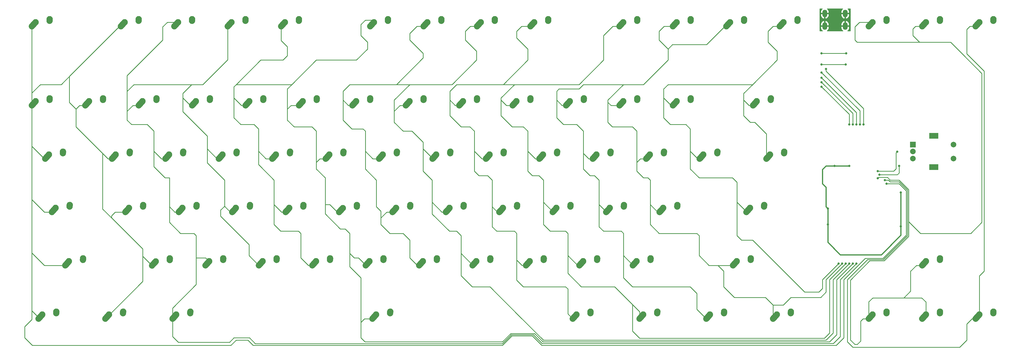
<source format=gtl>
G04 #@! TF.GenerationSoftware,KiCad,Pcbnew,(5.1.6)-1*
G04 #@! TF.CreationDate,2020-07-22T14:48:11-04:00*
G04 #@! TF.ProjectId,Edgedancer81,45646765-6461-46e6-9365-7238312e6b69,rev?*
G04 #@! TF.SameCoordinates,Original*
G04 #@! TF.FileFunction,Copper,L1,Top*
G04 #@! TF.FilePolarity,Positive*
%FSLAX46Y46*%
G04 Gerber Fmt 4.6, Leading zero omitted, Abs format (unit mm)*
G04 Created by KiCad (PCBNEW (5.1.6)-1) date 2020-07-22 14:48:11*
%MOMM*%
%LPD*%
G01*
G04 APERTURE LIST*
G04 #@! TA.AperFunction,ComponentPad*
%ADD10O,1.700000X2.700000*%
G04 #@! TD*
G04 #@! TA.AperFunction,ComponentPad*
%ADD11C,2.250000*%
G04 #@! TD*
G04 #@! TA.AperFunction,ComponentPad*
%ADD12R,2.000000X2.000000*%
G04 #@! TD*
G04 #@! TA.AperFunction,ComponentPad*
%ADD13C,2.000000*%
G04 #@! TD*
G04 #@! TA.AperFunction,ComponentPad*
%ADD14R,3.200000X2.000000*%
G04 #@! TD*
G04 #@! TA.AperFunction,ViaPad*
%ADD15C,0.800000*%
G04 #@! TD*
G04 #@! TA.AperFunction,Conductor*
%ADD16C,0.381000*%
G04 #@! TD*
G04 #@! TA.AperFunction,Conductor*
%ADD17C,0.254000*%
G04 #@! TD*
G04 APERTURE END LIST*
D10*
X317025000Y-76993750D03*
X324325000Y-76993750D03*
X324325000Y-81493750D03*
X317025000Y-81493750D03*
D11*
X299918750Y-184595000D03*
G04 #@! TA.AperFunction,ComponentPad*
G36*
G01*
X297857433Y-186892345D02*
X297857433Y-186892345D01*
G75*
G02*
X297771405Y-185303683I751317J837345D01*
G01*
X299081407Y-183843683D01*
G75*
G02*
X300670069Y-183757655I837345J-751317D01*
G01*
X300670069Y-183757655D01*
G75*
G02*
X300756097Y-185346317I-751317J-837345D01*
G01*
X299446095Y-186806317D01*
G75*
G02*
X297857433Y-186892345I-837345J751317D01*
G01*
G37*
G04 #@! TD.AperFunction*
X304958750Y-183515000D03*
G04 #@! TA.AperFunction,ComponentPad*
G36*
G01*
X304841347Y-185217334D02*
X304841347Y-185217334D01*
G75*
G02*
X303796416Y-184017597I77403J1122334D01*
G01*
X303836416Y-183437597D01*
G75*
G02*
X305036153Y-182392666I1122334J-77403D01*
G01*
X305036153Y-182392666D01*
G75*
G02*
X306081084Y-183592403I-77403J-1122334D01*
G01*
X306041084Y-184172403D01*
G75*
G02*
X304841347Y-185217334I-1122334J77403D01*
G01*
G37*
G04 #@! TD.AperFunction*
X254675000Y-127445000D03*
G04 #@! TA.AperFunction,ComponentPad*
G36*
G01*
X252613683Y-129742345D02*
X252613683Y-129742345D01*
G75*
G02*
X252527655Y-128153683I751317J837345D01*
G01*
X253837657Y-126693683D01*
G75*
G02*
X255426319Y-126607655I837345J-751317D01*
G01*
X255426319Y-126607655D01*
G75*
G02*
X255512347Y-128196317I-751317J-837345D01*
G01*
X254202345Y-129656317D01*
G75*
G02*
X252613683Y-129742345I-837345J751317D01*
G01*
G37*
G04 #@! TD.AperFunction*
X259715000Y-126365000D03*
G04 #@! TA.AperFunction,ComponentPad*
G36*
G01*
X259597597Y-128067334D02*
X259597597Y-128067334D01*
G75*
G02*
X258552666Y-126867597I77403J1122334D01*
G01*
X258592666Y-126287597D01*
G75*
G02*
X259792403Y-125242666I1122334J-77403D01*
G01*
X259792403Y-125242666D01*
G75*
G02*
X260837334Y-126442403I-77403J-1122334D01*
G01*
X260797334Y-127022403D01*
G75*
G02*
X259597597Y-128067334I-1122334J77403D01*
G01*
G37*
G04 #@! TD.AperFunction*
X173712500Y-165545000D03*
G04 #@! TA.AperFunction,ComponentPad*
G36*
G01*
X171651183Y-167842345D02*
X171651183Y-167842345D01*
G75*
G02*
X171565155Y-166253683I751317J837345D01*
G01*
X172875157Y-164793683D01*
G75*
G02*
X174463819Y-164707655I837345J-751317D01*
G01*
X174463819Y-164707655D01*
G75*
G02*
X174549847Y-166296317I-751317J-837345D01*
G01*
X173239845Y-167756317D01*
G75*
G02*
X171651183Y-167842345I-837345J751317D01*
G01*
G37*
G04 #@! TD.AperFunction*
X178752500Y-164465000D03*
G04 #@! TA.AperFunction,ComponentPad*
G36*
G01*
X178635097Y-166167334D02*
X178635097Y-166167334D01*
G75*
G02*
X177590166Y-164967597I77403J1122334D01*
G01*
X177630166Y-164387597D01*
G75*
G02*
X178829903Y-163342666I1122334J-77403D01*
G01*
X178829903Y-163342666D01*
G75*
G02*
X179874834Y-164542403I-77403J-1122334D01*
G01*
X179834834Y-165122403D01*
G75*
G02*
X178635097Y-166167334I-1122334J77403D01*
G01*
G37*
G04 #@! TD.AperFunction*
X126087500Y-146495000D03*
G04 #@! TA.AperFunction,ComponentPad*
G36*
G01*
X124026183Y-148792345D02*
X124026183Y-148792345D01*
G75*
G02*
X123940155Y-147203683I751317J837345D01*
G01*
X125250157Y-145743683D01*
G75*
G02*
X126838819Y-145657655I837345J-751317D01*
G01*
X126838819Y-145657655D01*
G75*
G02*
X126924847Y-147246317I-751317J-837345D01*
G01*
X125614845Y-148706317D01*
G75*
G02*
X124026183Y-148792345I-837345J751317D01*
G01*
G37*
G04 #@! TD.AperFunction*
X131127500Y-145415000D03*
G04 #@! TA.AperFunction,ComponentPad*
G36*
G01*
X131010097Y-147117334D02*
X131010097Y-147117334D01*
G75*
G02*
X129965166Y-145917597I77403J1122334D01*
G01*
X130005166Y-145337597D01*
G75*
G02*
X131204903Y-144292666I1122334J-77403D01*
G01*
X131204903Y-144292666D01*
G75*
G02*
X132249834Y-145492403I-77403J-1122334D01*
G01*
X132209834Y-146072403D01*
G75*
G02*
X131010097Y-147117334I-1122334J77403D01*
G01*
G37*
G04 #@! TD.AperFunction*
X264200000Y-80137500D03*
G04 #@! TA.AperFunction,ComponentPad*
G36*
G01*
X262138683Y-82434845D02*
X262138683Y-82434845D01*
G75*
G02*
X262052655Y-80846183I751317J837345D01*
G01*
X263362657Y-79386183D01*
G75*
G02*
X264951319Y-79300155I837345J-751317D01*
G01*
X264951319Y-79300155D01*
G75*
G02*
X265037347Y-80888817I-751317J-837345D01*
G01*
X263727345Y-82348817D01*
G75*
G02*
X262138683Y-82434845I-837345J751317D01*
G01*
G37*
G04 #@! TD.AperFunction*
X269240000Y-79057500D03*
G04 #@! TA.AperFunction,ComponentPad*
G36*
G01*
X269122597Y-80759834D02*
X269122597Y-80759834D01*
G75*
G02*
X268077666Y-79560097I77403J1122334D01*
G01*
X268117666Y-78980097D01*
G75*
G02*
X269317403Y-77935166I1122334J-77403D01*
G01*
X269317403Y-77935166D01*
G75*
G02*
X270362334Y-79134903I-77403J-1122334D01*
G01*
X270322334Y-79714903D01*
G75*
G02*
X269122597Y-80759834I-1122334J77403D01*
G01*
G37*
G04 #@! TD.AperFunction*
X156250000Y-80137500D03*
G04 #@! TA.AperFunction,ComponentPad*
G36*
G01*
X154188683Y-82434845D02*
X154188683Y-82434845D01*
G75*
G02*
X154102655Y-80846183I751317J837345D01*
G01*
X155412657Y-79386183D01*
G75*
G02*
X157001319Y-79300155I837345J-751317D01*
G01*
X157001319Y-79300155D01*
G75*
G02*
X157087347Y-80888817I-751317J-837345D01*
G01*
X155777345Y-82348817D01*
G75*
G02*
X154188683Y-82434845I-837345J751317D01*
G01*
G37*
G04 #@! TD.AperFunction*
X161290000Y-79057500D03*
G04 #@! TA.AperFunction,ComponentPad*
G36*
G01*
X161172597Y-80759834D02*
X161172597Y-80759834D01*
G75*
G02*
X160127666Y-79560097I77403J1122334D01*
G01*
X160167666Y-78980097D01*
G75*
G02*
X161367403Y-77935166I1122334J-77403D01*
G01*
X161367403Y-77935166D01*
G75*
G02*
X162412334Y-79134903I-77403J-1122334D01*
G01*
X162372334Y-79714903D01*
G75*
G02*
X161172597Y-80759834I-1122334J77403D01*
G01*
G37*
G04 #@! TD.AperFunction*
X116562500Y-165545000D03*
G04 #@! TA.AperFunction,ComponentPad*
G36*
G01*
X114501183Y-167842345D02*
X114501183Y-167842345D01*
G75*
G02*
X114415155Y-166253683I751317J837345D01*
G01*
X115725157Y-164793683D01*
G75*
G02*
X117313819Y-164707655I837345J-751317D01*
G01*
X117313819Y-164707655D01*
G75*
G02*
X117399847Y-166296317I-751317J-837345D01*
G01*
X116089845Y-167756317D01*
G75*
G02*
X114501183Y-167842345I-837345J751317D01*
G01*
G37*
G04 #@! TD.AperFunction*
X121602500Y-164465000D03*
G04 #@! TA.AperFunction,ComponentPad*
G36*
G01*
X121485097Y-166167334D02*
X121485097Y-166167334D01*
G75*
G02*
X120440166Y-164967597I77403J1122334D01*
G01*
X120480166Y-164387597D01*
G75*
G02*
X121679903Y-163342666I1122334J-77403D01*
G01*
X121679903Y-163342666D01*
G75*
G02*
X122724834Y-164542403I-77403J-1122334D01*
G01*
X122684834Y-165122403D01*
G75*
G02*
X121485097Y-166167334I-1122334J77403D01*
G01*
G37*
G04 #@! TD.AperFunction*
X37981250Y-184595000D03*
G04 #@! TA.AperFunction,ComponentPad*
G36*
G01*
X35919933Y-186892345D02*
X35919933Y-186892345D01*
G75*
G02*
X35833905Y-185303683I751317J837345D01*
G01*
X37143907Y-183843683D01*
G75*
G02*
X38732569Y-183757655I837345J-751317D01*
G01*
X38732569Y-183757655D01*
G75*
G02*
X38818597Y-185346317I-751317J-837345D01*
G01*
X37508595Y-186806317D01*
G75*
G02*
X35919933Y-186892345I-837345J751317D01*
G01*
G37*
G04 #@! TD.AperFunction*
X43021250Y-183515000D03*
G04 #@! TA.AperFunction,ComponentPad*
G36*
G01*
X42903847Y-185217334D02*
X42903847Y-185217334D01*
G75*
G02*
X41858916Y-184017597I77403J1122334D01*
G01*
X41898916Y-183437597D01*
G75*
G02*
X43098653Y-182392666I1122334J-77403D01*
G01*
X43098653Y-182392666D01*
G75*
G02*
X44143584Y-183592403I-77403J-1122334D01*
G01*
X44103584Y-184172403D01*
G75*
G02*
X42903847Y-185217334I-1122334J77403D01*
G01*
G37*
G04 #@! TD.AperFunction*
X61793750Y-184595000D03*
G04 #@! TA.AperFunction,ComponentPad*
G36*
G01*
X59732433Y-186892345D02*
X59732433Y-186892345D01*
G75*
G02*
X59646405Y-185303683I751317J837345D01*
G01*
X60956407Y-183843683D01*
G75*
G02*
X62545069Y-183757655I837345J-751317D01*
G01*
X62545069Y-183757655D01*
G75*
G02*
X62631097Y-185346317I-751317J-837345D01*
G01*
X61321095Y-186806317D01*
G75*
G02*
X59732433Y-186892345I-837345J751317D01*
G01*
G37*
G04 #@! TD.AperFunction*
X66833750Y-183515000D03*
G04 #@! TA.AperFunction,ComponentPad*
G36*
G01*
X66716347Y-185217334D02*
X66716347Y-185217334D01*
G75*
G02*
X65671416Y-184017597I77403J1122334D01*
G01*
X65711416Y-183437597D01*
G75*
G02*
X66911153Y-182392666I1122334J-77403D01*
G01*
X66911153Y-182392666D01*
G75*
G02*
X67956084Y-183592403I-77403J-1122334D01*
G01*
X67916084Y-184172403D01*
G75*
G02*
X66716347Y-185217334I-1122334J77403D01*
G01*
G37*
G04 #@! TD.AperFunction*
X85765000Y-184595000D03*
G04 #@! TA.AperFunction,ComponentPad*
G36*
G01*
X83703683Y-186892345D02*
X83703683Y-186892345D01*
G75*
G02*
X83617655Y-185303683I751317J837345D01*
G01*
X84927657Y-183843683D01*
G75*
G02*
X86516319Y-183757655I837345J-751317D01*
G01*
X86516319Y-183757655D01*
G75*
G02*
X86602347Y-185346317I-751317J-837345D01*
G01*
X85292345Y-186806317D01*
G75*
G02*
X83703683Y-186892345I-837345J751317D01*
G01*
G37*
G04 #@! TD.AperFunction*
X90805000Y-183515000D03*
G04 #@! TA.AperFunction,ComponentPad*
G36*
G01*
X90687597Y-185217334D02*
X90687597Y-185217334D01*
G75*
G02*
X89642666Y-184017597I77403J1122334D01*
G01*
X89682666Y-183437597D01*
G75*
G02*
X90882403Y-182392666I1122334J-77403D01*
G01*
X90882403Y-182392666D01*
G75*
G02*
X91927334Y-183592403I-77403J-1122334D01*
G01*
X91887334Y-184172403D01*
G75*
G02*
X90687597Y-185217334I-1122334J77403D01*
G01*
G37*
G04 #@! TD.AperFunction*
X157043750Y-184595000D03*
G04 #@! TA.AperFunction,ComponentPad*
G36*
G01*
X154982433Y-186892345D02*
X154982433Y-186892345D01*
G75*
G02*
X154896405Y-185303683I751317J837345D01*
G01*
X156206407Y-183843683D01*
G75*
G02*
X157795069Y-183757655I837345J-751317D01*
G01*
X157795069Y-183757655D01*
G75*
G02*
X157881097Y-185346317I-751317J-837345D01*
G01*
X156571095Y-186806317D01*
G75*
G02*
X154982433Y-186892345I-837345J751317D01*
G01*
G37*
G04 #@! TD.AperFunction*
X162083750Y-183515000D03*
G04 #@! TA.AperFunction,ComponentPad*
G36*
G01*
X161966347Y-185217334D02*
X161966347Y-185217334D01*
G75*
G02*
X160921416Y-184017597I77403J1122334D01*
G01*
X160961416Y-183437597D01*
G75*
G02*
X162161153Y-182392666I1122334J-77403D01*
G01*
X162161153Y-182392666D01*
G75*
G02*
X163206084Y-183592403I-77403J-1122334D01*
G01*
X163166084Y-184172403D01*
G75*
G02*
X161966347Y-185217334I-1122334J77403D01*
G01*
G37*
G04 #@! TD.AperFunction*
X40362500Y-127445000D03*
G04 #@! TA.AperFunction,ComponentPad*
G36*
G01*
X38301183Y-129742345D02*
X38301183Y-129742345D01*
G75*
G02*
X38215155Y-128153683I751317J837345D01*
G01*
X39525157Y-126693683D01*
G75*
G02*
X41113819Y-126607655I837345J-751317D01*
G01*
X41113819Y-126607655D01*
G75*
G02*
X41199847Y-128196317I-751317J-837345D01*
G01*
X39889845Y-129656317D01*
G75*
G02*
X38301183Y-129742345I-837345J751317D01*
G01*
G37*
G04 #@! TD.AperFunction*
X45402500Y-126365000D03*
G04 #@! TA.AperFunction,ComponentPad*
G36*
G01*
X45285097Y-128067334D02*
X45285097Y-128067334D01*
G75*
G02*
X44240166Y-126867597I77403J1122334D01*
G01*
X44280166Y-126287597D01*
G75*
G02*
X45479903Y-125242666I1122334J-77403D01*
G01*
X45479903Y-125242666D01*
G75*
G02*
X46524834Y-126442403I-77403J-1122334D01*
G01*
X46484834Y-127022403D01*
G75*
G02*
X45285097Y-128067334I-1122334J77403D01*
G01*
G37*
G04 #@! TD.AperFunction*
X297537500Y-127445000D03*
G04 #@! TA.AperFunction,ComponentPad*
G36*
G01*
X295476183Y-129742345D02*
X295476183Y-129742345D01*
G75*
G02*
X295390155Y-128153683I751317J837345D01*
G01*
X296700157Y-126693683D01*
G75*
G02*
X298288819Y-126607655I837345J-751317D01*
G01*
X298288819Y-126607655D01*
G75*
G02*
X298374847Y-128196317I-751317J-837345D01*
G01*
X297064845Y-129656317D01*
G75*
G02*
X295476183Y-129742345I-837345J751317D01*
G01*
G37*
G04 #@! TD.AperFunction*
X302577500Y-126365000D03*
G04 #@! TA.AperFunction,ComponentPad*
G36*
G01*
X302460097Y-128067334D02*
X302460097Y-128067334D01*
G75*
G02*
X301415166Y-126867597I77403J1122334D01*
G01*
X301455166Y-126287597D01*
G75*
G02*
X302654903Y-125242666I1122334J-77403D01*
G01*
X302654903Y-125242666D01*
G75*
G02*
X303699834Y-126442403I-77403J-1122334D01*
G01*
X303659834Y-127022403D01*
G75*
G02*
X302460097Y-128067334I-1122334J77403D01*
G01*
G37*
G04 #@! TD.AperFunction*
X228481250Y-184595000D03*
G04 #@! TA.AperFunction,ComponentPad*
G36*
G01*
X226419933Y-186892345D02*
X226419933Y-186892345D01*
G75*
G02*
X226333905Y-185303683I751317J837345D01*
G01*
X227643907Y-183843683D01*
G75*
G02*
X229232569Y-183757655I837345J-751317D01*
G01*
X229232569Y-183757655D01*
G75*
G02*
X229318597Y-185346317I-751317J-837345D01*
G01*
X228008595Y-186806317D01*
G75*
G02*
X226419933Y-186892345I-837345J751317D01*
G01*
G37*
G04 #@! TD.AperFunction*
X233521250Y-183515000D03*
G04 #@! TA.AperFunction,ComponentPad*
G36*
G01*
X233403847Y-185217334D02*
X233403847Y-185217334D01*
G75*
G02*
X232358916Y-184017597I77403J1122334D01*
G01*
X232398916Y-183437597D01*
G75*
G02*
X233598653Y-182392666I1122334J-77403D01*
G01*
X233598653Y-182392666D01*
G75*
G02*
X234643584Y-183592403I-77403J-1122334D01*
G01*
X234603584Y-184172403D01*
G75*
G02*
X233403847Y-185217334I-1122334J77403D01*
G01*
G37*
G04 #@! TD.AperFunction*
X252293750Y-184595000D03*
G04 #@! TA.AperFunction,ComponentPad*
G36*
G01*
X250232433Y-186892345D02*
X250232433Y-186892345D01*
G75*
G02*
X250146405Y-185303683I751317J837345D01*
G01*
X251456407Y-183843683D01*
G75*
G02*
X253045069Y-183757655I837345J-751317D01*
G01*
X253045069Y-183757655D01*
G75*
G02*
X253131097Y-185346317I-751317J-837345D01*
G01*
X251821095Y-186806317D01*
G75*
G02*
X250232433Y-186892345I-837345J751317D01*
G01*
G37*
G04 #@! TD.AperFunction*
X257333750Y-183515000D03*
G04 #@! TA.AperFunction,ComponentPad*
G36*
G01*
X257216347Y-185217334D02*
X257216347Y-185217334D01*
G75*
G02*
X256171416Y-184017597I77403J1122334D01*
G01*
X256211416Y-183437597D01*
G75*
G02*
X257411153Y-182392666I1122334J-77403D01*
G01*
X257411153Y-182392666D01*
G75*
G02*
X258456084Y-183592403I-77403J-1122334D01*
G01*
X258416084Y-184172403D01*
G75*
G02*
X257216347Y-185217334I-1122334J77403D01*
G01*
G37*
G04 #@! TD.AperFunction*
X276106250Y-184595000D03*
G04 #@! TA.AperFunction,ComponentPad*
G36*
G01*
X274044933Y-186892345D02*
X274044933Y-186892345D01*
G75*
G02*
X273958905Y-185303683I751317J837345D01*
G01*
X275268907Y-183843683D01*
G75*
G02*
X276857569Y-183757655I837345J-751317D01*
G01*
X276857569Y-183757655D01*
G75*
G02*
X276943597Y-185346317I-751317J-837345D01*
G01*
X275633595Y-186806317D01*
G75*
G02*
X274044933Y-186892345I-837345J751317D01*
G01*
G37*
G04 #@! TD.AperFunction*
X281146250Y-183515000D03*
G04 #@! TA.AperFunction,ComponentPad*
G36*
G01*
X281028847Y-185217334D02*
X281028847Y-185217334D01*
G75*
G02*
X279983916Y-184017597I77403J1122334D01*
G01*
X280023916Y-183437597D01*
G75*
G02*
X281223653Y-182392666I1122334J-77403D01*
G01*
X281223653Y-182392666D01*
G75*
G02*
X282268584Y-183592403I-77403J-1122334D01*
G01*
X282228584Y-184172403D01*
G75*
G02*
X281028847Y-185217334I-1122334J77403D01*
G01*
G37*
G04 #@! TD.AperFunction*
X292775000Y-108395000D03*
G04 #@! TA.AperFunction,ComponentPad*
G36*
G01*
X290713683Y-110692345D02*
X290713683Y-110692345D01*
G75*
G02*
X290627655Y-109103683I751317J837345D01*
G01*
X291937657Y-107643683D01*
G75*
G02*
X293526319Y-107557655I837345J-751317D01*
G01*
X293526319Y-107557655D01*
G75*
G02*
X293612347Y-109146317I-751317J-837345D01*
G01*
X292302345Y-110606317D01*
G75*
G02*
X290713683Y-110692345I-837345J751317D01*
G01*
G37*
G04 #@! TD.AperFunction*
X297815000Y-107315000D03*
G04 #@! TA.AperFunction,ComponentPad*
G36*
G01*
X297697597Y-109017334D02*
X297697597Y-109017334D01*
G75*
G02*
X296652666Y-107817597I77403J1122334D01*
G01*
X296692666Y-107237597D01*
G75*
G02*
X297892403Y-106192666I1122334J-77403D01*
G01*
X297892403Y-106192666D01*
G75*
G02*
X298937334Y-107392403I-77403J-1122334D01*
G01*
X298897334Y-107972403D01*
G75*
G02*
X297697597Y-109017334I-1122334J77403D01*
G01*
G37*
G04 #@! TD.AperFunction*
X290393750Y-146495000D03*
G04 #@! TA.AperFunction,ComponentPad*
G36*
G01*
X288332433Y-148792345D02*
X288332433Y-148792345D01*
G75*
G02*
X288246405Y-147203683I751317J837345D01*
G01*
X289556407Y-145743683D01*
G75*
G02*
X291145069Y-145657655I837345J-751317D01*
G01*
X291145069Y-145657655D01*
G75*
G02*
X291231097Y-147246317I-751317J-837345D01*
G01*
X289921095Y-148706317D01*
G75*
G02*
X288332433Y-148792345I-837345J751317D01*
G01*
G37*
G04 #@! TD.AperFunction*
X295433750Y-145415000D03*
G04 #@! TA.AperFunction,ComponentPad*
G36*
G01*
X295316347Y-147117334D02*
X295316347Y-147117334D01*
G75*
G02*
X294271416Y-145917597I77403J1122334D01*
G01*
X294311416Y-145337597D01*
G75*
G02*
X295511153Y-144292666I1122334J-77403D01*
G01*
X295511153Y-144292666D01*
G75*
G02*
X296556084Y-145492403I-77403J-1122334D01*
G01*
X296516084Y-146072403D01*
G75*
G02*
X295316347Y-147117334I-1122334J77403D01*
G01*
G37*
G04 #@! TD.AperFunction*
X285631250Y-165545000D03*
G04 #@! TA.AperFunction,ComponentPad*
G36*
G01*
X283569933Y-167842345D02*
X283569933Y-167842345D01*
G75*
G02*
X283483905Y-166253683I751317J837345D01*
G01*
X284793907Y-164793683D01*
G75*
G02*
X286382569Y-164707655I837345J-751317D01*
G01*
X286382569Y-164707655D01*
G75*
G02*
X286468597Y-166296317I-751317J-837345D01*
G01*
X285158595Y-167756317D01*
G75*
G02*
X283569933Y-167842345I-837345J751317D01*
G01*
G37*
G04 #@! TD.AperFunction*
X290671250Y-164465000D03*
G04 #@! TA.AperFunction,ComponentPad*
G36*
G01*
X290553847Y-166167334D02*
X290553847Y-166167334D01*
G75*
G02*
X289508916Y-164967597I77403J1122334D01*
G01*
X289548916Y-164387597D01*
G75*
G02*
X290748653Y-163342666I1122334J-77403D01*
G01*
X290748653Y-163342666D01*
G75*
G02*
X291793584Y-164542403I-77403J-1122334D01*
G01*
X291753584Y-165122403D01*
G75*
G02*
X290553847Y-166167334I-1122334J77403D01*
G01*
G37*
G04 #@! TD.AperFunction*
X47506250Y-165545000D03*
G04 #@! TA.AperFunction,ComponentPad*
G36*
G01*
X45444933Y-167842345D02*
X45444933Y-167842345D01*
G75*
G02*
X45358905Y-166253683I751317J837345D01*
G01*
X46668907Y-164793683D01*
G75*
G02*
X48257569Y-164707655I837345J-751317D01*
G01*
X48257569Y-164707655D01*
G75*
G02*
X48343597Y-166296317I-751317J-837345D01*
G01*
X47033595Y-167756317D01*
G75*
G02*
X45444933Y-167842345I-837345J751317D01*
G01*
G37*
G04 #@! TD.AperFunction*
X52546250Y-164465000D03*
G04 #@! TA.AperFunction,ComponentPad*
G36*
G01*
X52428847Y-166167334D02*
X52428847Y-166167334D01*
G75*
G02*
X51383916Y-164967597I77403J1122334D01*
G01*
X51423916Y-164387597D01*
G75*
G02*
X52623653Y-163342666I1122334J-77403D01*
G01*
X52623653Y-163342666D01*
G75*
G02*
X53668584Y-164542403I-77403J-1122334D01*
G01*
X53628584Y-165122403D01*
G75*
G02*
X52428847Y-166167334I-1122334J77403D01*
G01*
G37*
G04 #@! TD.AperFunction*
X42743750Y-146495000D03*
G04 #@! TA.AperFunction,ComponentPad*
G36*
G01*
X40682433Y-148792345D02*
X40682433Y-148792345D01*
G75*
G02*
X40596405Y-147203683I751317J837345D01*
G01*
X41906407Y-145743683D01*
G75*
G02*
X43495069Y-145657655I837345J-751317D01*
G01*
X43495069Y-145657655D01*
G75*
G02*
X43581097Y-147246317I-751317J-837345D01*
G01*
X42271095Y-148706317D01*
G75*
G02*
X40682433Y-148792345I-837345J751317D01*
G01*
G37*
G04 #@! TD.AperFunction*
X47783750Y-145415000D03*
G04 #@! TA.AperFunction,ComponentPad*
G36*
G01*
X47666347Y-147117334D02*
X47666347Y-147117334D01*
G75*
G02*
X46621416Y-145917597I77403J1122334D01*
G01*
X46661416Y-145337597D01*
G75*
G02*
X47861153Y-144292666I1122334J-77403D01*
G01*
X47861153Y-144292666D01*
G75*
G02*
X48906084Y-145492403I-77403J-1122334D01*
G01*
X48866084Y-146072403D01*
G75*
G02*
X47666347Y-147117334I-1122334J77403D01*
G01*
G37*
G04 #@! TD.AperFunction*
X194350000Y-80137500D03*
G04 #@! TA.AperFunction,ComponentPad*
G36*
G01*
X192288683Y-82434845D02*
X192288683Y-82434845D01*
G75*
G02*
X192202655Y-80846183I751317J837345D01*
G01*
X193512657Y-79386183D01*
G75*
G02*
X195101319Y-79300155I837345J-751317D01*
G01*
X195101319Y-79300155D01*
G75*
G02*
X195187347Y-80888817I-751317J-837345D01*
G01*
X193877345Y-82348817D01*
G75*
G02*
X192288683Y-82434845I-837345J751317D01*
G01*
G37*
G04 #@! TD.AperFunction*
X199390000Y-79057500D03*
G04 #@! TA.AperFunction,ComponentPad*
G36*
G01*
X199272597Y-80759834D02*
X199272597Y-80759834D01*
G75*
G02*
X198227666Y-79560097I77403J1122334D01*
G01*
X198267666Y-78980097D01*
G75*
G02*
X199467403Y-77935166I1122334J-77403D01*
G01*
X199467403Y-77935166D01*
G75*
G02*
X200512334Y-79134903I-77403J-1122334D01*
G01*
X200472334Y-79714903D01*
G75*
G02*
X199272597Y-80759834I-1122334J77403D01*
G01*
G37*
G04 #@! TD.AperFunction*
D12*
X348456250Y-123825000D03*
D13*
X348456250Y-126325000D03*
X348456250Y-128825000D03*
D14*
X355956250Y-120725000D03*
X355956250Y-131925000D03*
D13*
X362956250Y-123825000D03*
X362956250Y-128825000D03*
D11*
X35600000Y-108395000D03*
G04 #@! TA.AperFunction,ComponentPad*
G36*
G01*
X33538683Y-110692345D02*
X33538683Y-110692345D01*
G75*
G02*
X33452655Y-109103683I751317J837345D01*
G01*
X34762657Y-107643683D01*
G75*
G02*
X36351319Y-107557655I837345J-751317D01*
G01*
X36351319Y-107557655D01*
G75*
G02*
X36437347Y-109146317I-751317J-837345D01*
G01*
X35127345Y-110606317D01*
G75*
G02*
X33538683Y-110692345I-837345J751317D01*
G01*
G37*
G04 #@! TD.AperFunction*
X40640000Y-107315000D03*
G04 #@! TA.AperFunction,ComponentPad*
G36*
G01*
X40522597Y-109017334D02*
X40522597Y-109017334D01*
G75*
G02*
X39477666Y-107817597I77403J1122334D01*
G01*
X39517666Y-107237597D01*
G75*
G02*
X40717403Y-106192666I1122334J-77403D01*
G01*
X40717403Y-106192666D01*
G75*
G02*
X41762334Y-107392403I-77403J-1122334D01*
G01*
X41722334Y-107972403D01*
G75*
G02*
X40522597Y-109017334I-1122334J77403D01*
G01*
G37*
G04 #@! TD.AperFunction*
X78462500Y-165608500D03*
G04 #@! TA.AperFunction,ComponentPad*
G36*
G01*
X76401183Y-167905845D02*
X76401183Y-167905845D01*
G75*
G02*
X76315155Y-166317183I751317J837345D01*
G01*
X77625157Y-164857183D01*
G75*
G02*
X79213819Y-164771155I837345J-751317D01*
G01*
X79213819Y-164771155D01*
G75*
G02*
X79299847Y-166359817I-751317J-837345D01*
G01*
X77989845Y-167819817D01*
G75*
G02*
X76401183Y-167905845I-837345J751317D01*
G01*
G37*
G04 #@! TD.AperFunction*
X83502500Y-164528500D03*
G04 #@! TA.AperFunction,ComponentPad*
G36*
G01*
X83385097Y-166230834D02*
X83385097Y-166230834D01*
G75*
G02*
X82340166Y-165031097I77403J1122334D01*
G01*
X82380166Y-164451097D01*
G75*
G02*
X83579903Y-163406166I1122334J-77403D01*
G01*
X83579903Y-163406166D01*
G75*
G02*
X84624834Y-164605903I-77403J-1122334D01*
G01*
X84584834Y-165185903D01*
G75*
G02*
X83385097Y-166230834I-1122334J77403D01*
G01*
G37*
G04 #@! TD.AperFunction*
X159425000Y-127445000D03*
G04 #@! TA.AperFunction,ComponentPad*
G36*
G01*
X157363683Y-129742345D02*
X157363683Y-129742345D01*
G75*
G02*
X157277655Y-128153683I751317J837345D01*
G01*
X158587657Y-126693683D01*
G75*
G02*
X160176319Y-126607655I837345J-751317D01*
G01*
X160176319Y-126607655D01*
G75*
G02*
X160262347Y-128196317I-751317J-837345D01*
G01*
X158952345Y-129656317D01*
G75*
G02*
X157363683Y-129742345I-837345J751317D01*
G01*
G37*
G04 #@! TD.AperFunction*
X164465000Y-126365000D03*
G04 #@! TA.AperFunction,ComponentPad*
G36*
G01*
X164347597Y-128067334D02*
X164347597Y-128067334D01*
G75*
G02*
X163302666Y-126867597I77403J1122334D01*
G01*
X163342666Y-126287597D01*
G75*
G02*
X164542403Y-125242666I1122334J-77403D01*
G01*
X164542403Y-125242666D01*
G75*
G02*
X165587334Y-126442403I-77403J-1122334D01*
G01*
X165547334Y-127022403D01*
G75*
G02*
X164347597Y-128067334I-1122334J77403D01*
G01*
G37*
G04 #@! TD.AperFunction*
X97512500Y-165545000D03*
G04 #@! TA.AperFunction,ComponentPad*
G36*
G01*
X95451183Y-167842345D02*
X95451183Y-167842345D01*
G75*
G02*
X95365155Y-166253683I751317J837345D01*
G01*
X96675157Y-164793683D01*
G75*
G02*
X98263819Y-164707655I837345J-751317D01*
G01*
X98263819Y-164707655D01*
G75*
G02*
X98349847Y-166296317I-751317J-837345D01*
G01*
X97039845Y-167756317D01*
G75*
G02*
X95451183Y-167842345I-837345J751317D01*
G01*
G37*
G04 #@! TD.AperFunction*
X102552500Y-164465000D03*
G04 #@! TA.AperFunction,ComponentPad*
G36*
G01*
X102435097Y-166167334D02*
X102435097Y-166167334D01*
G75*
G02*
X101390166Y-164967597I77403J1122334D01*
G01*
X101430166Y-164387597D01*
G75*
G02*
X102629903Y-163342666I1122334J-77403D01*
G01*
X102629903Y-163342666D01*
G75*
G02*
X103674834Y-164542403I-77403J-1122334D01*
G01*
X103634834Y-165122403D01*
G75*
G02*
X102435097Y-166167334I-1122334J77403D01*
G01*
G37*
G04 #@! TD.AperFunction*
X83225000Y-127445000D03*
G04 #@! TA.AperFunction,ComponentPad*
G36*
G01*
X81163683Y-129742345D02*
X81163683Y-129742345D01*
G75*
G02*
X81077655Y-128153683I751317J837345D01*
G01*
X82387657Y-126693683D01*
G75*
G02*
X83976319Y-126607655I837345J-751317D01*
G01*
X83976319Y-126607655D01*
G75*
G02*
X84062347Y-128196317I-751317J-837345D01*
G01*
X82752345Y-129656317D01*
G75*
G02*
X81163683Y-129742345I-837345J751317D01*
G01*
G37*
G04 #@! TD.AperFunction*
X88265000Y-126365000D03*
G04 #@! TA.AperFunction,ComponentPad*
G36*
G01*
X88147597Y-128067334D02*
X88147597Y-128067334D01*
G75*
G02*
X87102666Y-126867597I77403J1122334D01*
G01*
X87142666Y-126287597D01*
G75*
G02*
X88342403Y-125242666I1122334J-77403D01*
G01*
X88342403Y-125242666D01*
G75*
G02*
X89387334Y-126442403I-77403J-1122334D01*
G01*
X89347334Y-127022403D01*
G75*
G02*
X88147597Y-128067334I-1122334J77403D01*
G01*
G37*
G04 #@! TD.AperFunction*
X135612500Y-165545000D03*
G04 #@! TA.AperFunction,ComponentPad*
G36*
G01*
X133551183Y-167842345D02*
X133551183Y-167842345D01*
G75*
G02*
X133465155Y-166253683I751317J837345D01*
G01*
X134775157Y-164793683D01*
G75*
G02*
X136363819Y-164707655I837345J-751317D01*
G01*
X136363819Y-164707655D01*
G75*
G02*
X136449847Y-166296317I-751317J-837345D01*
G01*
X135139845Y-167756317D01*
G75*
G02*
X133551183Y-167842345I-837345J751317D01*
G01*
G37*
G04 #@! TD.AperFunction*
X140652500Y-164465000D03*
G04 #@! TA.AperFunction,ComponentPad*
G36*
G01*
X140535097Y-166167334D02*
X140535097Y-166167334D01*
G75*
G02*
X139490166Y-164967597I77403J1122334D01*
G01*
X139530166Y-164387597D01*
G75*
G02*
X140729903Y-163342666I1122334J-77403D01*
G01*
X140729903Y-163342666D01*
G75*
G02*
X141774834Y-164542403I-77403J-1122334D01*
G01*
X141734834Y-165122403D01*
G75*
G02*
X140535097Y-166167334I-1122334J77403D01*
G01*
G37*
G04 #@! TD.AperFunction*
X353100000Y-165545000D03*
G04 #@! TA.AperFunction,ComponentPad*
G36*
G01*
X351038683Y-167842345D02*
X351038683Y-167842345D01*
G75*
G02*
X350952655Y-166253683I751317J837345D01*
G01*
X352262657Y-164793683D01*
G75*
G02*
X353851319Y-164707655I837345J-751317D01*
G01*
X353851319Y-164707655D01*
G75*
G02*
X353937347Y-166296317I-751317J-837345D01*
G01*
X352627345Y-167756317D01*
G75*
G02*
X351038683Y-167842345I-837345J751317D01*
G01*
G37*
G04 #@! TD.AperFunction*
X358140000Y-164465000D03*
G04 #@! TA.AperFunction,ComponentPad*
G36*
G01*
X358022597Y-166167334D02*
X358022597Y-166167334D01*
G75*
G02*
X356977666Y-164967597I77403J1122334D01*
G01*
X357017666Y-164387597D01*
G75*
G02*
X358217403Y-163342666I1122334J-77403D01*
G01*
X358217403Y-163342666D01*
G75*
G02*
X359262334Y-164542403I-77403J-1122334D01*
G01*
X359222334Y-165122403D01*
G75*
G02*
X358022597Y-166167334I-1122334J77403D01*
G01*
G37*
G04 #@! TD.AperFunction*
X178475000Y-127445000D03*
G04 #@! TA.AperFunction,ComponentPad*
G36*
G01*
X176413683Y-129742345D02*
X176413683Y-129742345D01*
G75*
G02*
X176327655Y-128153683I751317J837345D01*
G01*
X177637657Y-126693683D01*
G75*
G02*
X179226319Y-126607655I837345J-751317D01*
G01*
X179226319Y-126607655D01*
G75*
G02*
X179312347Y-128196317I-751317J-837345D01*
G01*
X178002345Y-129656317D01*
G75*
G02*
X176413683Y-129742345I-837345J751317D01*
G01*
G37*
G04 #@! TD.AperFunction*
X183515000Y-126365000D03*
G04 #@! TA.AperFunction,ComponentPad*
G36*
G01*
X183397597Y-128067334D02*
X183397597Y-128067334D01*
G75*
G02*
X182352666Y-126867597I77403J1122334D01*
G01*
X182392666Y-126287597D01*
G75*
G02*
X183592403Y-125242666I1122334J-77403D01*
G01*
X183592403Y-125242666D01*
G75*
G02*
X184637334Y-126442403I-77403J-1122334D01*
G01*
X184597334Y-127022403D01*
G75*
G02*
X183397597Y-128067334I-1122334J77403D01*
G01*
G37*
G04 #@! TD.AperFunction*
X140375000Y-127445000D03*
G04 #@! TA.AperFunction,ComponentPad*
G36*
G01*
X138313683Y-129742345D02*
X138313683Y-129742345D01*
G75*
G02*
X138227655Y-128153683I751317J837345D01*
G01*
X139537657Y-126693683D01*
G75*
G02*
X141126319Y-126607655I837345J-751317D01*
G01*
X141126319Y-126607655D01*
G75*
G02*
X141212347Y-128196317I-751317J-837345D01*
G01*
X139902345Y-129656317D01*
G75*
G02*
X138313683Y-129742345I-837345J751317D01*
G01*
G37*
G04 #@! TD.AperFunction*
X145415000Y-126365000D03*
G04 #@! TA.AperFunction,ComponentPad*
G36*
G01*
X145297597Y-128067334D02*
X145297597Y-128067334D01*
G75*
G02*
X144252666Y-126867597I77403J1122334D01*
G01*
X144292666Y-126287597D01*
G75*
G02*
X145492403Y-125242666I1122334J-77403D01*
G01*
X145492403Y-125242666D01*
G75*
G02*
X146537334Y-126442403I-77403J-1122334D01*
G01*
X146497334Y-127022403D01*
G75*
G02*
X145297597Y-128067334I-1122334J77403D01*
G01*
G37*
G04 #@! TD.AperFunction*
X87987500Y-146495000D03*
G04 #@! TA.AperFunction,ComponentPad*
G36*
G01*
X85926183Y-148792345D02*
X85926183Y-148792345D01*
G75*
G02*
X85840155Y-147203683I751317J837345D01*
G01*
X87150157Y-145743683D01*
G75*
G02*
X88738819Y-145657655I837345J-751317D01*
G01*
X88738819Y-145657655D01*
G75*
G02*
X88824847Y-147246317I-751317J-837345D01*
G01*
X87514845Y-148706317D01*
G75*
G02*
X85926183Y-148792345I-837345J751317D01*
G01*
G37*
G04 #@! TD.AperFunction*
X93027500Y-145415000D03*
G04 #@! TA.AperFunction,ComponentPad*
G36*
G01*
X92910097Y-147117334D02*
X92910097Y-147117334D01*
G75*
G02*
X91865166Y-145917597I77403J1122334D01*
G01*
X91905166Y-145337597D01*
G75*
G02*
X93104903Y-144292666I1122334J-77403D01*
G01*
X93104903Y-144292666D01*
G75*
G02*
X94149834Y-145492403I-77403J-1122334D01*
G01*
X94109834Y-146072403D01*
G75*
G02*
X92910097Y-147117334I-1122334J77403D01*
G01*
G37*
G04 #@! TD.AperFunction*
X372150000Y-184595000D03*
G04 #@! TA.AperFunction,ComponentPad*
G36*
G01*
X370088683Y-186892345D02*
X370088683Y-186892345D01*
G75*
G02*
X370002655Y-185303683I751317J837345D01*
G01*
X371312657Y-183843683D01*
G75*
G02*
X372901319Y-183757655I837345J-751317D01*
G01*
X372901319Y-183757655D01*
G75*
G02*
X372987347Y-185346317I-751317J-837345D01*
G01*
X371677345Y-186806317D01*
G75*
G02*
X370088683Y-186892345I-837345J751317D01*
G01*
G37*
G04 #@! TD.AperFunction*
X377190000Y-183515000D03*
G04 #@! TA.AperFunction,ComponentPad*
G36*
G01*
X377072597Y-185217334D02*
X377072597Y-185217334D01*
G75*
G02*
X376027666Y-184017597I77403J1122334D01*
G01*
X376067666Y-183437597D01*
G75*
G02*
X377267403Y-182392666I1122334J-77403D01*
G01*
X377267403Y-182392666D01*
G75*
G02*
X378312334Y-183592403I-77403J-1122334D01*
G01*
X378272334Y-184172403D01*
G75*
G02*
X377072597Y-185217334I-1122334J77403D01*
G01*
G37*
G04 #@! TD.AperFunction*
X121325000Y-127445000D03*
G04 #@! TA.AperFunction,ComponentPad*
G36*
G01*
X119263683Y-129742345D02*
X119263683Y-129742345D01*
G75*
G02*
X119177655Y-128153683I751317J837345D01*
G01*
X120487657Y-126693683D01*
G75*
G02*
X122076319Y-126607655I837345J-751317D01*
G01*
X122076319Y-126607655D01*
G75*
G02*
X122162347Y-128196317I-751317J-837345D01*
G01*
X120852345Y-129656317D01*
G75*
G02*
X119263683Y-129742345I-837345J751317D01*
G01*
G37*
G04 #@! TD.AperFunction*
X126365000Y-126365000D03*
G04 #@! TA.AperFunction,ComponentPad*
G36*
G01*
X126247597Y-128067334D02*
X126247597Y-128067334D01*
G75*
G02*
X125202666Y-126867597I77403J1122334D01*
G01*
X125242666Y-126287597D01*
G75*
G02*
X126442403Y-125242666I1122334J-77403D01*
G01*
X126442403Y-125242666D01*
G75*
G02*
X127487334Y-126442403I-77403J-1122334D01*
G01*
X127447334Y-127022403D01*
G75*
G02*
X126247597Y-128067334I-1122334J77403D01*
G01*
G37*
G04 #@! TD.AperFunction*
X64175000Y-127445000D03*
G04 #@! TA.AperFunction,ComponentPad*
G36*
G01*
X62113683Y-129742345D02*
X62113683Y-129742345D01*
G75*
G02*
X62027655Y-128153683I751317J837345D01*
G01*
X63337657Y-126693683D01*
G75*
G02*
X64926319Y-126607655I837345J-751317D01*
G01*
X64926319Y-126607655D01*
G75*
G02*
X65012347Y-128196317I-751317J-837345D01*
G01*
X63702345Y-129656317D01*
G75*
G02*
X62113683Y-129742345I-837345J751317D01*
G01*
G37*
G04 #@! TD.AperFunction*
X69215000Y-126365000D03*
G04 #@! TA.AperFunction,ComponentPad*
G36*
G01*
X69097597Y-128067334D02*
X69097597Y-128067334D01*
G75*
G02*
X68052666Y-126867597I77403J1122334D01*
G01*
X68092666Y-126287597D01*
G75*
G02*
X69292403Y-125242666I1122334J-77403D01*
G01*
X69292403Y-125242666D01*
G75*
G02*
X70337334Y-126442403I-77403J-1122334D01*
G01*
X70297334Y-127022403D01*
G75*
G02*
X69097597Y-128067334I-1122334J77403D01*
G01*
G37*
G04 #@! TD.AperFunction*
X334050000Y-80137500D03*
G04 #@! TA.AperFunction,ComponentPad*
G36*
G01*
X331988683Y-82434845D02*
X331988683Y-82434845D01*
G75*
G02*
X331902655Y-80846183I751317J837345D01*
G01*
X333212657Y-79386183D01*
G75*
G02*
X334801319Y-79300155I837345J-751317D01*
G01*
X334801319Y-79300155D01*
G75*
G02*
X334887347Y-80888817I-751317J-837345D01*
G01*
X333577345Y-82348817D01*
G75*
G02*
X331988683Y-82434845I-837345J751317D01*
G01*
G37*
G04 #@! TD.AperFunction*
X339090000Y-79057500D03*
G04 #@! TA.AperFunction,ComponentPad*
G36*
G01*
X338972597Y-80759834D02*
X338972597Y-80759834D01*
G75*
G02*
X337927666Y-79560097I77403J1122334D01*
G01*
X337967666Y-78980097D01*
G75*
G02*
X339167403Y-77935166I1122334J-77403D01*
G01*
X339167403Y-77935166D01*
G75*
G02*
X340212334Y-79134903I-77403J-1122334D01*
G01*
X340172334Y-79714903D01*
G75*
G02*
X338972597Y-80759834I-1122334J77403D01*
G01*
G37*
G04 #@! TD.AperFunction*
X353100000Y-80137500D03*
G04 #@! TA.AperFunction,ComponentPad*
G36*
G01*
X351038683Y-82434845D02*
X351038683Y-82434845D01*
G75*
G02*
X350952655Y-80846183I751317J837345D01*
G01*
X352262657Y-79386183D01*
G75*
G02*
X353851319Y-79300155I837345J-751317D01*
G01*
X353851319Y-79300155D01*
G75*
G02*
X353937347Y-80888817I-751317J-837345D01*
G01*
X352627345Y-82348817D01*
G75*
G02*
X351038683Y-82434845I-837345J751317D01*
G01*
G37*
G04 #@! TD.AperFunction*
X358140000Y-79057500D03*
G04 #@! TA.AperFunction,ComponentPad*
G36*
G01*
X358022597Y-80759834D02*
X358022597Y-80759834D01*
G75*
G02*
X356977666Y-79560097I77403J1122334D01*
G01*
X357017666Y-78980097D01*
G75*
G02*
X358217403Y-77935166I1122334J-77403D01*
G01*
X358217403Y-77935166D01*
G75*
G02*
X359262334Y-79134903I-77403J-1122334D01*
G01*
X359222334Y-79714903D01*
G75*
G02*
X358022597Y-80759834I-1122334J77403D01*
G01*
G37*
G04 #@! TD.AperFunction*
X235625000Y-127445000D03*
G04 #@! TA.AperFunction,ComponentPad*
G36*
G01*
X233563683Y-129742345D02*
X233563683Y-129742345D01*
G75*
G02*
X233477655Y-128153683I751317J837345D01*
G01*
X234787657Y-126693683D01*
G75*
G02*
X236376319Y-126607655I837345J-751317D01*
G01*
X236376319Y-126607655D01*
G75*
G02*
X236462347Y-128196317I-751317J-837345D01*
G01*
X235152345Y-129656317D01*
G75*
G02*
X233563683Y-129742345I-837345J751317D01*
G01*
G37*
G04 #@! TD.AperFunction*
X240665000Y-126365000D03*
G04 #@! TA.AperFunction,ComponentPad*
G36*
G01*
X240547597Y-128067334D02*
X240547597Y-128067334D01*
G75*
G02*
X239502666Y-126867597I77403J1122334D01*
G01*
X239542666Y-126287597D01*
G75*
G02*
X240742403Y-125242666I1122334J-77403D01*
G01*
X240742403Y-125242666D01*
G75*
G02*
X241787334Y-126442403I-77403J-1122334D01*
G01*
X241747334Y-127022403D01*
G75*
G02*
X240547597Y-128067334I-1122334J77403D01*
G01*
G37*
G04 #@! TD.AperFunction*
X216575000Y-127445000D03*
G04 #@! TA.AperFunction,ComponentPad*
G36*
G01*
X214513683Y-129742345D02*
X214513683Y-129742345D01*
G75*
G02*
X214427655Y-128153683I751317J837345D01*
G01*
X215737657Y-126693683D01*
G75*
G02*
X217326319Y-126607655I837345J-751317D01*
G01*
X217326319Y-126607655D01*
G75*
G02*
X217412347Y-128196317I-751317J-837345D01*
G01*
X216102345Y-129656317D01*
G75*
G02*
X214513683Y-129742345I-837345J751317D01*
G01*
G37*
G04 #@! TD.AperFunction*
X221615000Y-126365000D03*
G04 #@! TA.AperFunction,ComponentPad*
G36*
G01*
X221497597Y-128067334D02*
X221497597Y-128067334D01*
G75*
G02*
X220452666Y-126867597I77403J1122334D01*
G01*
X220492666Y-126287597D01*
G75*
G02*
X221692403Y-125242666I1122334J-77403D01*
G01*
X221692403Y-125242666D01*
G75*
G02*
X222737334Y-126442403I-77403J-1122334D01*
G01*
X222697334Y-127022403D01*
G75*
G02*
X221497597Y-128067334I-1122334J77403D01*
G01*
G37*
G04 #@! TD.AperFunction*
X372150000Y-80137500D03*
G04 #@! TA.AperFunction,ComponentPad*
G36*
G01*
X370088683Y-82434845D02*
X370088683Y-82434845D01*
G75*
G02*
X370002655Y-80846183I751317J837345D01*
G01*
X371312657Y-79386183D01*
G75*
G02*
X372901319Y-79300155I837345J-751317D01*
G01*
X372901319Y-79300155D01*
G75*
G02*
X372987347Y-80888817I-751317J-837345D01*
G01*
X371677345Y-82348817D01*
G75*
G02*
X370088683Y-82434845I-837345J751317D01*
G01*
G37*
G04 #@! TD.AperFunction*
X377190000Y-79057500D03*
G04 #@! TA.AperFunction,ComponentPad*
G36*
G01*
X377072597Y-80759834D02*
X377072597Y-80759834D01*
G75*
G02*
X376027666Y-79560097I77403J1122334D01*
G01*
X376067666Y-78980097D01*
G75*
G02*
X377267403Y-77935166I1122334J-77403D01*
G01*
X377267403Y-77935166D01*
G75*
G02*
X378312334Y-79134903I-77403J-1122334D01*
G01*
X378272334Y-79714903D01*
G75*
G02*
X377072597Y-80759834I-1122334J77403D01*
G01*
G37*
G04 #@! TD.AperFunction*
X192762500Y-165545000D03*
G04 #@! TA.AperFunction,ComponentPad*
G36*
G01*
X190701183Y-167842345D02*
X190701183Y-167842345D01*
G75*
G02*
X190615155Y-166253683I751317J837345D01*
G01*
X191925157Y-164793683D01*
G75*
G02*
X193513819Y-164707655I837345J-751317D01*
G01*
X193513819Y-164707655D01*
G75*
G02*
X193599847Y-166296317I-751317J-837345D01*
G01*
X192289845Y-167756317D01*
G75*
G02*
X190701183Y-167842345I-837345J751317D01*
G01*
G37*
G04 #@! TD.AperFunction*
X197802500Y-164465000D03*
G04 #@! TA.AperFunction,ComponentPad*
G36*
G01*
X197685097Y-166167334D02*
X197685097Y-166167334D01*
G75*
G02*
X196640166Y-164967597I77403J1122334D01*
G01*
X196680166Y-164387597D01*
G75*
G02*
X197879903Y-163342666I1122334J-77403D01*
G01*
X197879903Y-163342666D01*
G75*
G02*
X198924834Y-164542403I-77403J-1122334D01*
G01*
X198884834Y-165122403D01*
G75*
G02*
X197685097Y-166167334I-1122334J77403D01*
G01*
G37*
G04 #@! TD.AperFunction*
X334050000Y-184595000D03*
G04 #@! TA.AperFunction,ComponentPad*
G36*
G01*
X331988683Y-186892345D02*
X331988683Y-186892345D01*
G75*
G02*
X331902655Y-185303683I751317J837345D01*
G01*
X333212657Y-183843683D01*
G75*
G02*
X334801319Y-183757655I837345J-751317D01*
G01*
X334801319Y-183757655D01*
G75*
G02*
X334887347Y-185346317I-751317J-837345D01*
G01*
X333577345Y-186806317D01*
G75*
G02*
X331988683Y-186892345I-837345J751317D01*
G01*
G37*
G04 #@! TD.AperFunction*
X339090000Y-183515000D03*
G04 #@! TA.AperFunction,ComponentPad*
G36*
G01*
X338972597Y-185217334D02*
X338972597Y-185217334D01*
G75*
G02*
X337927666Y-184017597I77403J1122334D01*
G01*
X337967666Y-183437597D01*
G75*
G02*
X339167403Y-182392666I1122334J-77403D01*
G01*
X339167403Y-182392666D01*
G75*
G02*
X340212334Y-183592403I-77403J-1122334D01*
G01*
X340172334Y-184172403D01*
G75*
G02*
X338972597Y-185217334I-1122334J77403D01*
G01*
G37*
G04 #@! TD.AperFunction*
X221337500Y-146495000D03*
G04 #@! TA.AperFunction,ComponentPad*
G36*
G01*
X219276183Y-148792345D02*
X219276183Y-148792345D01*
G75*
G02*
X219190155Y-147203683I751317J837345D01*
G01*
X220500157Y-145743683D01*
G75*
G02*
X222088819Y-145657655I837345J-751317D01*
G01*
X222088819Y-145657655D01*
G75*
G02*
X222174847Y-147246317I-751317J-837345D01*
G01*
X220864845Y-148706317D01*
G75*
G02*
X219276183Y-148792345I-837345J751317D01*
G01*
G37*
G04 #@! TD.AperFunction*
X226377500Y-145415000D03*
G04 #@! TA.AperFunction,ComponentPad*
G36*
G01*
X226260097Y-147117334D02*
X226260097Y-147117334D01*
G75*
G02*
X225215166Y-145917597I77403J1122334D01*
G01*
X225255166Y-145337597D01*
G75*
G02*
X226454903Y-144292666I1122334J-77403D01*
G01*
X226454903Y-144292666D01*
G75*
G02*
X227499834Y-145492403I-77403J-1122334D01*
G01*
X227459834Y-146072403D01*
G75*
G02*
X226260097Y-147117334I-1122334J77403D01*
G01*
G37*
G04 #@! TD.AperFunction*
X202287500Y-146495000D03*
G04 #@! TA.AperFunction,ComponentPad*
G36*
G01*
X200226183Y-148792345D02*
X200226183Y-148792345D01*
G75*
G02*
X200140155Y-147203683I751317J837345D01*
G01*
X201450157Y-145743683D01*
G75*
G02*
X203038819Y-145657655I837345J-751317D01*
G01*
X203038819Y-145657655D01*
G75*
G02*
X203124847Y-147246317I-751317J-837345D01*
G01*
X201814845Y-148706317D01*
G75*
G02*
X200226183Y-148792345I-837345J751317D01*
G01*
G37*
G04 #@! TD.AperFunction*
X207327500Y-145415000D03*
G04 #@! TA.AperFunction,ComponentPad*
G36*
G01*
X207210097Y-147117334D02*
X207210097Y-147117334D01*
G75*
G02*
X206165166Y-145917597I77403J1122334D01*
G01*
X206205166Y-145337597D01*
G75*
G02*
X207404903Y-144292666I1122334J-77403D01*
G01*
X207404903Y-144292666D01*
G75*
G02*
X208449834Y-145492403I-77403J-1122334D01*
G01*
X208409834Y-146072403D01*
G75*
G02*
X207210097Y-147117334I-1122334J77403D01*
G01*
G37*
G04 #@! TD.AperFunction*
X183237500Y-146495000D03*
G04 #@! TA.AperFunction,ComponentPad*
G36*
G01*
X181176183Y-148792345D02*
X181176183Y-148792345D01*
G75*
G02*
X181090155Y-147203683I751317J837345D01*
G01*
X182400157Y-145743683D01*
G75*
G02*
X183988819Y-145657655I837345J-751317D01*
G01*
X183988819Y-145657655D01*
G75*
G02*
X184074847Y-147246317I-751317J-837345D01*
G01*
X182764845Y-148706317D01*
G75*
G02*
X181176183Y-148792345I-837345J751317D01*
G01*
G37*
G04 #@! TD.AperFunction*
X188277500Y-145415000D03*
G04 #@! TA.AperFunction,ComponentPad*
G36*
G01*
X188160097Y-147117334D02*
X188160097Y-147117334D01*
G75*
G02*
X187115166Y-145917597I77403J1122334D01*
G01*
X187155166Y-145337597D01*
G75*
G02*
X188354903Y-144292666I1122334J-77403D01*
G01*
X188354903Y-144292666D01*
G75*
G02*
X189399834Y-145492403I-77403J-1122334D01*
G01*
X189359834Y-146072403D01*
G75*
G02*
X188160097Y-147117334I-1122334J77403D01*
G01*
G37*
G04 #@! TD.AperFunction*
X197525000Y-127445000D03*
G04 #@! TA.AperFunction,ComponentPad*
G36*
G01*
X195463683Y-129742345D02*
X195463683Y-129742345D01*
G75*
G02*
X195377655Y-128153683I751317J837345D01*
G01*
X196687657Y-126693683D01*
G75*
G02*
X198276319Y-126607655I837345J-751317D01*
G01*
X198276319Y-126607655D01*
G75*
G02*
X198362347Y-128196317I-751317J-837345D01*
G01*
X197052345Y-129656317D01*
G75*
G02*
X195463683Y-129742345I-837345J751317D01*
G01*
G37*
G04 #@! TD.AperFunction*
X202565000Y-126365000D03*
G04 #@! TA.AperFunction,ComponentPad*
G36*
G01*
X202447597Y-128067334D02*
X202447597Y-128067334D01*
G75*
G02*
X201402666Y-126867597I77403J1122334D01*
G01*
X201442666Y-126287597D01*
G75*
G02*
X202642403Y-125242666I1122334J-77403D01*
G01*
X202642403Y-125242666D01*
G75*
G02*
X203687334Y-126442403I-77403J-1122334D01*
G01*
X203647334Y-127022403D01*
G75*
G02*
X202447597Y-128067334I-1122334J77403D01*
G01*
G37*
G04 #@! TD.AperFunction*
X164187500Y-146495000D03*
G04 #@! TA.AperFunction,ComponentPad*
G36*
G01*
X162126183Y-148792345D02*
X162126183Y-148792345D01*
G75*
G02*
X162040155Y-147203683I751317J837345D01*
G01*
X163350157Y-145743683D01*
G75*
G02*
X164938819Y-145657655I837345J-751317D01*
G01*
X164938819Y-145657655D01*
G75*
G02*
X165024847Y-147246317I-751317J-837345D01*
G01*
X163714845Y-148706317D01*
G75*
G02*
X162126183Y-148792345I-837345J751317D01*
G01*
G37*
G04 #@! TD.AperFunction*
X169227500Y-145415000D03*
G04 #@! TA.AperFunction,ComponentPad*
G36*
G01*
X169110097Y-147117334D02*
X169110097Y-147117334D01*
G75*
G02*
X168065166Y-145917597I77403J1122334D01*
G01*
X168105166Y-145337597D01*
G75*
G02*
X169304903Y-144292666I1122334J-77403D01*
G01*
X169304903Y-144292666D01*
G75*
G02*
X170349834Y-145492403I-77403J-1122334D01*
G01*
X170309834Y-146072403D01*
G75*
G02*
X169110097Y-147117334I-1122334J77403D01*
G01*
G37*
G04 #@! TD.AperFunction*
X145175600Y-146520400D03*
G04 #@! TA.AperFunction,ComponentPad*
G36*
G01*
X143114283Y-148817745D02*
X143114283Y-148817745D01*
G75*
G02*
X143028255Y-147229083I751317J837345D01*
G01*
X144338257Y-145769083D01*
G75*
G02*
X145926919Y-145683055I837345J-751317D01*
G01*
X145926919Y-145683055D01*
G75*
G02*
X146012947Y-147271717I-751317J-837345D01*
G01*
X144702945Y-148731717D01*
G75*
G02*
X143114283Y-148817745I-837345J751317D01*
G01*
G37*
G04 #@! TD.AperFunction*
X150215600Y-145440400D03*
G04 #@! TA.AperFunction,ComponentPad*
G36*
G01*
X150098197Y-147142734D02*
X150098197Y-147142734D01*
G75*
G02*
X149053266Y-145942997I77403J1122334D01*
G01*
X149093266Y-145362997D01*
G75*
G02*
X150293003Y-144318066I1122334J-77403D01*
G01*
X150293003Y-144318066D01*
G75*
G02*
X151337934Y-145517803I-77403J-1122334D01*
G01*
X151297934Y-146097803D01*
G75*
G02*
X150098197Y-147142734I-1122334J77403D01*
G01*
G37*
G04 #@! TD.AperFunction*
X302300000Y-80137500D03*
G04 #@! TA.AperFunction,ComponentPad*
G36*
G01*
X300238683Y-82434845D02*
X300238683Y-82434845D01*
G75*
G02*
X300152655Y-80846183I751317J837345D01*
G01*
X301462657Y-79386183D01*
G75*
G02*
X303051319Y-79300155I837345J-751317D01*
G01*
X303051319Y-79300155D01*
G75*
G02*
X303137347Y-80888817I-751317J-837345D01*
G01*
X301827345Y-82348817D01*
G75*
G02*
X300238683Y-82434845I-837345J751317D01*
G01*
G37*
G04 #@! TD.AperFunction*
X307340000Y-79057500D03*
G04 #@! TA.AperFunction,ComponentPad*
G36*
G01*
X307222597Y-80759834D02*
X307222597Y-80759834D01*
G75*
G02*
X306177666Y-79560097I77403J1122334D01*
G01*
X306217666Y-78980097D01*
G75*
G02*
X307417403Y-77935166I1122334J-77403D01*
G01*
X307417403Y-77935166D01*
G75*
G02*
X308462334Y-79134903I-77403J-1122334D01*
G01*
X308422334Y-79714903D01*
G75*
G02*
X307222597Y-80759834I-1122334J77403D01*
G01*
G37*
G04 #@! TD.AperFunction*
X283250000Y-80137500D03*
G04 #@! TA.AperFunction,ComponentPad*
G36*
G01*
X281188683Y-82434845D02*
X281188683Y-82434845D01*
G75*
G02*
X281102655Y-80846183I751317J837345D01*
G01*
X282412657Y-79386183D01*
G75*
G02*
X284001319Y-79300155I837345J-751317D01*
G01*
X284001319Y-79300155D01*
G75*
G02*
X284087347Y-80888817I-751317J-837345D01*
G01*
X282777345Y-82348817D01*
G75*
G02*
X281188683Y-82434845I-837345J751317D01*
G01*
G37*
G04 #@! TD.AperFunction*
X288290000Y-79057500D03*
G04 #@! TA.AperFunction,ComponentPad*
G36*
G01*
X288172597Y-80759834D02*
X288172597Y-80759834D01*
G75*
G02*
X287127666Y-79560097I77403J1122334D01*
G01*
X287167666Y-78980097D01*
G75*
G02*
X288367403Y-77935166I1122334J-77403D01*
G01*
X288367403Y-77935166D01*
G75*
G02*
X289412334Y-79134903I-77403J-1122334D01*
G01*
X289372334Y-79714903D01*
G75*
G02*
X288172597Y-80759834I-1122334J77403D01*
G01*
G37*
G04 #@! TD.AperFunction*
X245150000Y-80137500D03*
G04 #@! TA.AperFunction,ComponentPad*
G36*
G01*
X243088683Y-82434845D02*
X243088683Y-82434845D01*
G75*
G02*
X243002655Y-80846183I751317J837345D01*
G01*
X244312657Y-79386183D01*
G75*
G02*
X245901319Y-79300155I837345J-751317D01*
G01*
X245901319Y-79300155D01*
G75*
G02*
X245987347Y-80888817I-751317J-837345D01*
G01*
X244677345Y-82348817D01*
G75*
G02*
X243088683Y-82434845I-837345J751317D01*
G01*
G37*
G04 #@! TD.AperFunction*
X250190000Y-79057500D03*
G04 #@! TA.AperFunction,ComponentPad*
G36*
G01*
X250072597Y-80759834D02*
X250072597Y-80759834D01*
G75*
G02*
X249027666Y-79560097I77403J1122334D01*
G01*
X249067666Y-78980097D01*
G75*
G02*
X250267403Y-77935166I1122334J-77403D01*
G01*
X250267403Y-77935166D01*
G75*
G02*
X251312334Y-79134903I-77403J-1122334D01*
G01*
X251272334Y-79714903D01*
G75*
G02*
X250072597Y-80759834I-1122334J77403D01*
G01*
G37*
G04 #@! TD.AperFunction*
X213400000Y-80137500D03*
G04 #@! TA.AperFunction,ComponentPad*
G36*
G01*
X211338683Y-82434845D02*
X211338683Y-82434845D01*
G75*
G02*
X211252655Y-80846183I751317J837345D01*
G01*
X212562657Y-79386183D01*
G75*
G02*
X214151319Y-79300155I837345J-751317D01*
G01*
X214151319Y-79300155D01*
G75*
G02*
X214237347Y-80888817I-751317J-837345D01*
G01*
X212927345Y-82348817D01*
G75*
G02*
X211338683Y-82434845I-837345J751317D01*
G01*
G37*
G04 #@! TD.AperFunction*
X218440000Y-79057500D03*
G04 #@! TA.AperFunction,ComponentPad*
G36*
G01*
X218322597Y-80759834D02*
X218322597Y-80759834D01*
G75*
G02*
X217277666Y-79560097I77403J1122334D01*
G01*
X217317666Y-78980097D01*
G75*
G02*
X218517403Y-77935166I1122334J-77403D01*
G01*
X218517403Y-77935166D01*
G75*
G02*
X219562334Y-79134903I-77403J-1122334D01*
G01*
X219522334Y-79714903D01*
G75*
G02*
X218322597Y-80759834I-1122334J77403D01*
G01*
G37*
G04 #@! TD.AperFunction*
X175300000Y-80137500D03*
G04 #@! TA.AperFunction,ComponentPad*
G36*
G01*
X173238683Y-82434845D02*
X173238683Y-82434845D01*
G75*
G02*
X173152655Y-80846183I751317J837345D01*
G01*
X174462657Y-79386183D01*
G75*
G02*
X176051319Y-79300155I837345J-751317D01*
G01*
X176051319Y-79300155D01*
G75*
G02*
X176137347Y-80888817I-751317J-837345D01*
G01*
X174827345Y-82348817D01*
G75*
G02*
X173238683Y-82434845I-837345J751317D01*
G01*
G37*
G04 #@! TD.AperFunction*
X180340000Y-79057500D03*
G04 #@! TA.AperFunction,ComponentPad*
G36*
G01*
X180222597Y-80759834D02*
X180222597Y-80759834D01*
G75*
G02*
X179177666Y-79560097I77403J1122334D01*
G01*
X179217666Y-78980097D01*
G75*
G02*
X180417403Y-77935166I1122334J-77403D01*
G01*
X180417403Y-77935166D01*
G75*
G02*
X181462334Y-79134903I-77403J-1122334D01*
G01*
X181422334Y-79714903D01*
G75*
G02*
X180222597Y-80759834I-1122334J77403D01*
G01*
G37*
G04 #@! TD.AperFunction*
X124500000Y-80137500D03*
G04 #@! TA.AperFunction,ComponentPad*
G36*
G01*
X122438683Y-82434845D02*
X122438683Y-82434845D01*
G75*
G02*
X122352655Y-80846183I751317J837345D01*
G01*
X123662657Y-79386183D01*
G75*
G02*
X125251319Y-79300155I837345J-751317D01*
G01*
X125251319Y-79300155D01*
G75*
G02*
X125337347Y-80888817I-751317J-837345D01*
G01*
X124027345Y-82348817D01*
G75*
G02*
X122438683Y-82434845I-837345J751317D01*
G01*
G37*
G04 #@! TD.AperFunction*
X129540000Y-79057500D03*
G04 #@! TA.AperFunction,ComponentPad*
G36*
G01*
X129422597Y-80759834D02*
X129422597Y-80759834D01*
G75*
G02*
X128377666Y-79560097I77403J1122334D01*
G01*
X128417666Y-78980097D01*
G75*
G02*
X129617403Y-77935166I1122334J-77403D01*
G01*
X129617403Y-77935166D01*
G75*
G02*
X130662334Y-79134903I-77403J-1122334D01*
G01*
X130622334Y-79714903D01*
G75*
G02*
X129422597Y-80759834I-1122334J77403D01*
G01*
G37*
G04 #@! TD.AperFunction*
X105450000Y-80137500D03*
G04 #@! TA.AperFunction,ComponentPad*
G36*
G01*
X103388683Y-82434845D02*
X103388683Y-82434845D01*
G75*
G02*
X103302655Y-80846183I751317J837345D01*
G01*
X104612657Y-79386183D01*
G75*
G02*
X106201319Y-79300155I837345J-751317D01*
G01*
X106201319Y-79300155D01*
G75*
G02*
X106287347Y-80888817I-751317J-837345D01*
G01*
X104977345Y-82348817D01*
G75*
G02*
X103388683Y-82434845I-837345J751317D01*
G01*
G37*
G04 #@! TD.AperFunction*
X110490000Y-79057500D03*
G04 #@! TA.AperFunction,ComponentPad*
G36*
G01*
X110372597Y-80759834D02*
X110372597Y-80759834D01*
G75*
G02*
X109327666Y-79560097I77403J1122334D01*
G01*
X109367666Y-78980097D01*
G75*
G02*
X110567403Y-77935166I1122334J-77403D01*
G01*
X110567403Y-77935166D01*
G75*
G02*
X111612334Y-79134903I-77403J-1122334D01*
G01*
X111572334Y-79714903D01*
G75*
G02*
X110372597Y-80759834I-1122334J77403D01*
G01*
G37*
G04 #@! TD.AperFunction*
X86400000Y-80137500D03*
G04 #@! TA.AperFunction,ComponentPad*
G36*
G01*
X84338683Y-82434845D02*
X84338683Y-82434845D01*
G75*
G02*
X84252655Y-80846183I751317J837345D01*
G01*
X85562657Y-79386183D01*
G75*
G02*
X87151319Y-79300155I837345J-751317D01*
G01*
X87151319Y-79300155D01*
G75*
G02*
X87237347Y-80888817I-751317J-837345D01*
G01*
X85927345Y-82348817D01*
G75*
G02*
X84338683Y-82434845I-837345J751317D01*
G01*
G37*
G04 #@! TD.AperFunction*
X91440000Y-79057500D03*
G04 #@! TA.AperFunction,ComponentPad*
G36*
G01*
X91322597Y-80759834D02*
X91322597Y-80759834D01*
G75*
G02*
X90277666Y-79560097I77403J1122334D01*
G01*
X90317666Y-78980097D01*
G75*
G02*
X91517403Y-77935166I1122334J-77403D01*
G01*
X91517403Y-77935166D01*
G75*
G02*
X92562334Y-79134903I-77403J-1122334D01*
G01*
X92522334Y-79714903D01*
G75*
G02*
X91322597Y-80759834I-1122334J77403D01*
G01*
G37*
G04 #@! TD.AperFunction*
X67350000Y-80137500D03*
G04 #@! TA.AperFunction,ComponentPad*
G36*
G01*
X65288683Y-82434845D02*
X65288683Y-82434845D01*
G75*
G02*
X65202655Y-80846183I751317J837345D01*
G01*
X66512657Y-79386183D01*
G75*
G02*
X68101319Y-79300155I837345J-751317D01*
G01*
X68101319Y-79300155D01*
G75*
G02*
X68187347Y-80888817I-751317J-837345D01*
G01*
X66877345Y-82348817D01*
G75*
G02*
X65288683Y-82434845I-837345J751317D01*
G01*
G37*
G04 #@! TD.AperFunction*
X72390000Y-79057500D03*
G04 #@! TA.AperFunction,ComponentPad*
G36*
G01*
X72272597Y-80759834D02*
X72272597Y-80759834D01*
G75*
G02*
X71227666Y-79560097I77403J1122334D01*
G01*
X71267666Y-78980097D01*
G75*
G02*
X72467403Y-77935166I1122334J-77403D01*
G01*
X72467403Y-77935166D01*
G75*
G02*
X73512334Y-79134903I-77403J-1122334D01*
G01*
X73472334Y-79714903D01*
G75*
G02*
X72272597Y-80759834I-1122334J77403D01*
G01*
G37*
G04 #@! TD.AperFunction*
X35600000Y-80137500D03*
G04 #@! TA.AperFunction,ComponentPad*
G36*
G01*
X33538683Y-82434845D02*
X33538683Y-82434845D01*
G75*
G02*
X33452655Y-80846183I751317J837345D01*
G01*
X34762657Y-79386183D01*
G75*
G02*
X36351319Y-79300155I837345J-751317D01*
G01*
X36351319Y-79300155D01*
G75*
G02*
X36437347Y-80888817I-751317J-837345D01*
G01*
X35127345Y-82348817D01*
G75*
G02*
X33538683Y-82434845I-837345J751317D01*
G01*
G37*
G04 #@! TD.AperFunction*
X40640000Y-79057500D03*
G04 #@! TA.AperFunction,ComponentPad*
G36*
G01*
X40522597Y-80759834D02*
X40522597Y-80759834D01*
G75*
G02*
X39477666Y-79560097I77403J1122334D01*
G01*
X39517666Y-78980097D01*
G75*
G02*
X40717403Y-77935166I1122334J-77403D01*
G01*
X40717403Y-77935166D01*
G75*
G02*
X41762334Y-79134903I-77403J-1122334D01*
G01*
X41722334Y-79714903D01*
G75*
G02*
X40522597Y-80759834I-1122334J77403D01*
G01*
G37*
G04 #@! TD.AperFunction*
X102275000Y-127445000D03*
G04 #@! TA.AperFunction,ComponentPad*
G36*
G01*
X100213683Y-129742345D02*
X100213683Y-129742345D01*
G75*
G02*
X100127655Y-128153683I751317J837345D01*
G01*
X101437657Y-126693683D01*
G75*
G02*
X103026319Y-126607655I837345J-751317D01*
G01*
X103026319Y-126607655D01*
G75*
G02*
X103112347Y-128196317I-751317J-837345D01*
G01*
X101802345Y-129656317D01*
G75*
G02*
X100213683Y-129742345I-837345J751317D01*
G01*
G37*
G04 #@! TD.AperFunction*
X107315000Y-126365000D03*
G04 #@! TA.AperFunction,ComponentPad*
G36*
G01*
X107197597Y-128067334D02*
X107197597Y-128067334D01*
G75*
G02*
X106152666Y-126867597I77403J1122334D01*
G01*
X106192666Y-126287597D01*
G75*
G02*
X107392403Y-125242666I1122334J-77403D01*
G01*
X107392403Y-125242666D01*
G75*
G02*
X108437334Y-126442403I-77403J-1122334D01*
G01*
X108397334Y-127022403D01*
G75*
G02*
X107197597Y-128067334I-1122334J77403D01*
G01*
G37*
G04 #@! TD.AperFunction*
X353100000Y-184595000D03*
G04 #@! TA.AperFunction,ComponentPad*
G36*
G01*
X351038683Y-186892345D02*
X351038683Y-186892345D01*
G75*
G02*
X350952655Y-185303683I751317J837345D01*
G01*
X352262657Y-183843683D01*
G75*
G02*
X353851319Y-183757655I837345J-751317D01*
G01*
X353851319Y-183757655D01*
G75*
G02*
X353937347Y-185346317I-751317J-837345D01*
G01*
X352627345Y-186806317D01*
G75*
G02*
X351038683Y-186892345I-837345J751317D01*
G01*
G37*
G04 #@! TD.AperFunction*
X358140000Y-183515000D03*
G04 #@! TA.AperFunction,ComponentPad*
G36*
G01*
X358022597Y-185217334D02*
X358022597Y-185217334D01*
G75*
G02*
X356977666Y-184017597I77403J1122334D01*
G01*
X357017666Y-183437597D01*
G75*
G02*
X358217403Y-182392666I1122334J-77403D01*
G01*
X358217403Y-182392666D01*
G75*
G02*
X359262334Y-183592403I-77403J-1122334D01*
G01*
X359222334Y-184172403D01*
G75*
G02*
X358022597Y-185217334I-1122334J77403D01*
G01*
G37*
G04 #@! TD.AperFunction*
X107037500Y-146495000D03*
G04 #@! TA.AperFunction,ComponentPad*
G36*
G01*
X104976183Y-148792345D02*
X104976183Y-148792345D01*
G75*
G02*
X104890155Y-147203683I751317J837345D01*
G01*
X106200157Y-145743683D01*
G75*
G02*
X107788819Y-145657655I837345J-751317D01*
G01*
X107788819Y-145657655D01*
G75*
G02*
X107874847Y-147246317I-751317J-837345D01*
G01*
X106564845Y-148706317D01*
G75*
G02*
X104976183Y-148792345I-837345J751317D01*
G01*
G37*
G04 #@! TD.AperFunction*
X112077500Y-145415000D03*
G04 #@! TA.AperFunction,ComponentPad*
G36*
G01*
X111960097Y-147117334D02*
X111960097Y-147117334D01*
G75*
G02*
X110915166Y-145917597I77403J1122334D01*
G01*
X110955166Y-145337597D01*
G75*
G02*
X112154903Y-144292666I1122334J-77403D01*
G01*
X112154903Y-144292666D01*
G75*
G02*
X113199834Y-145492403I-77403J-1122334D01*
G01*
X113159834Y-146072403D01*
G75*
G02*
X111960097Y-147117334I-1122334J77403D01*
G01*
G37*
G04 #@! TD.AperFunction*
X154662500Y-165545000D03*
G04 #@! TA.AperFunction,ComponentPad*
G36*
G01*
X152601183Y-167842345D02*
X152601183Y-167842345D01*
G75*
G02*
X152515155Y-166253683I751317J837345D01*
G01*
X153825157Y-164793683D01*
G75*
G02*
X155413819Y-164707655I837345J-751317D01*
G01*
X155413819Y-164707655D01*
G75*
G02*
X155499847Y-166296317I-751317J-837345D01*
G01*
X154189845Y-167756317D01*
G75*
G02*
X152601183Y-167842345I-837345J751317D01*
G01*
G37*
G04 #@! TD.AperFunction*
X159702500Y-164465000D03*
G04 #@! TA.AperFunction,ComponentPad*
G36*
G01*
X159585097Y-166167334D02*
X159585097Y-166167334D01*
G75*
G02*
X158540166Y-164967597I77403J1122334D01*
G01*
X158580166Y-164387597D01*
G75*
G02*
X159779903Y-163342666I1122334J-77403D01*
G01*
X159779903Y-163342666D01*
G75*
G02*
X160824834Y-164542403I-77403J-1122334D01*
G01*
X160784834Y-165122403D01*
G75*
G02*
X159585097Y-166167334I-1122334J77403D01*
G01*
G37*
G04 #@! TD.AperFunction*
X68937500Y-146495000D03*
G04 #@! TA.AperFunction,ComponentPad*
G36*
G01*
X66876183Y-148792345D02*
X66876183Y-148792345D01*
G75*
G02*
X66790155Y-147203683I751317J837345D01*
G01*
X68100157Y-145743683D01*
G75*
G02*
X69688819Y-145657655I837345J-751317D01*
G01*
X69688819Y-145657655D01*
G75*
G02*
X69774847Y-147246317I-751317J-837345D01*
G01*
X68464845Y-148706317D01*
G75*
G02*
X66876183Y-148792345I-837345J751317D01*
G01*
G37*
G04 #@! TD.AperFunction*
X73977500Y-145415000D03*
G04 #@! TA.AperFunction,ComponentPad*
G36*
G01*
X73860097Y-147117334D02*
X73860097Y-147117334D01*
G75*
G02*
X72815166Y-145917597I77403J1122334D01*
G01*
X72855166Y-145337597D01*
G75*
G02*
X74054903Y-144292666I1122334J-77403D01*
G01*
X74054903Y-144292666D01*
G75*
G02*
X75099834Y-145492403I-77403J-1122334D01*
G01*
X75059834Y-146072403D01*
G75*
G02*
X73860097Y-147117334I-1122334J77403D01*
G01*
G37*
G04 #@! TD.AperFunction*
X273725000Y-127445000D03*
G04 #@! TA.AperFunction,ComponentPad*
G36*
G01*
X271663683Y-129742345D02*
X271663683Y-129742345D01*
G75*
G02*
X271577655Y-128153683I751317J837345D01*
G01*
X272887657Y-126693683D01*
G75*
G02*
X274476319Y-126607655I837345J-751317D01*
G01*
X274476319Y-126607655D01*
G75*
G02*
X274562347Y-128196317I-751317J-837345D01*
G01*
X273252345Y-129656317D01*
G75*
G02*
X271663683Y-129742345I-837345J751317D01*
G01*
G37*
G04 #@! TD.AperFunction*
X278765000Y-126365000D03*
G04 #@! TA.AperFunction,ComponentPad*
G36*
G01*
X278647597Y-128067334D02*
X278647597Y-128067334D01*
G75*
G02*
X277602666Y-126867597I77403J1122334D01*
G01*
X277642666Y-126287597D01*
G75*
G02*
X278842403Y-125242666I1122334J-77403D01*
G01*
X278842403Y-125242666D01*
G75*
G02*
X279887334Y-126442403I-77403J-1122334D01*
G01*
X279847334Y-127022403D01*
G75*
G02*
X278647597Y-128067334I-1122334J77403D01*
G01*
G37*
G04 #@! TD.AperFunction*
X240387500Y-146495000D03*
G04 #@! TA.AperFunction,ComponentPad*
G36*
G01*
X238326183Y-148792345D02*
X238326183Y-148792345D01*
G75*
G02*
X238240155Y-147203683I751317J837345D01*
G01*
X239550157Y-145743683D01*
G75*
G02*
X241138819Y-145657655I837345J-751317D01*
G01*
X241138819Y-145657655D01*
G75*
G02*
X241224847Y-147246317I-751317J-837345D01*
G01*
X239914845Y-148706317D01*
G75*
G02*
X238326183Y-148792345I-837345J751317D01*
G01*
G37*
G04 #@! TD.AperFunction*
X245427500Y-145415000D03*
G04 #@! TA.AperFunction,ComponentPad*
G36*
G01*
X245310097Y-147117334D02*
X245310097Y-147117334D01*
G75*
G02*
X244265166Y-145917597I77403J1122334D01*
G01*
X244305166Y-145337597D01*
G75*
G02*
X245504903Y-144292666I1122334J-77403D01*
G01*
X245504903Y-144292666D01*
G75*
G02*
X246549834Y-145492403I-77403J-1122334D01*
G01*
X246509834Y-146072403D01*
G75*
G02*
X245310097Y-147117334I-1122334J77403D01*
G01*
G37*
G04 #@! TD.AperFunction*
X249912500Y-165545000D03*
G04 #@! TA.AperFunction,ComponentPad*
G36*
G01*
X247851183Y-167842345D02*
X247851183Y-167842345D01*
G75*
G02*
X247765155Y-166253683I751317J837345D01*
G01*
X249075157Y-164793683D01*
G75*
G02*
X250663819Y-164707655I837345J-751317D01*
G01*
X250663819Y-164707655D01*
G75*
G02*
X250749847Y-166296317I-751317J-837345D01*
G01*
X249439845Y-167756317D01*
G75*
G02*
X247851183Y-167842345I-837345J751317D01*
G01*
G37*
G04 #@! TD.AperFunction*
X254952500Y-164465000D03*
G04 #@! TA.AperFunction,ComponentPad*
G36*
G01*
X254835097Y-166167334D02*
X254835097Y-166167334D01*
G75*
G02*
X253790166Y-164967597I77403J1122334D01*
G01*
X253830166Y-164387597D01*
G75*
G02*
X255029903Y-163342666I1122334J-77403D01*
G01*
X255029903Y-163342666D01*
G75*
G02*
X256074834Y-164542403I-77403J-1122334D01*
G01*
X256034834Y-165122403D01*
G75*
G02*
X254835097Y-166167334I-1122334J77403D01*
G01*
G37*
G04 #@! TD.AperFunction*
X259437500Y-146495000D03*
G04 #@! TA.AperFunction,ComponentPad*
G36*
G01*
X257376183Y-148792345D02*
X257376183Y-148792345D01*
G75*
G02*
X257290155Y-147203683I751317J837345D01*
G01*
X258600157Y-145743683D01*
G75*
G02*
X260188819Y-145657655I837345J-751317D01*
G01*
X260188819Y-145657655D01*
G75*
G02*
X260274847Y-147246317I-751317J-837345D01*
G01*
X258964845Y-148706317D01*
G75*
G02*
X257376183Y-148792345I-837345J751317D01*
G01*
G37*
G04 #@! TD.AperFunction*
X264477500Y-145415000D03*
G04 #@! TA.AperFunction,ComponentPad*
G36*
G01*
X264360097Y-147117334D02*
X264360097Y-147117334D01*
G75*
G02*
X263315166Y-145917597I77403J1122334D01*
G01*
X263355166Y-145337597D01*
G75*
G02*
X264554903Y-144292666I1122334J-77403D01*
G01*
X264554903Y-144292666D01*
G75*
G02*
X265599834Y-145492403I-77403J-1122334D01*
G01*
X265559834Y-146072403D01*
G75*
G02*
X264360097Y-147117334I-1122334J77403D01*
G01*
G37*
G04 #@! TD.AperFunction*
X230862500Y-165545000D03*
G04 #@! TA.AperFunction,ComponentPad*
G36*
G01*
X228801183Y-167842345D02*
X228801183Y-167842345D01*
G75*
G02*
X228715155Y-166253683I751317J837345D01*
G01*
X230025157Y-164793683D01*
G75*
G02*
X231613819Y-164707655I837345J-751317D01*
G01*
X231613819Y-164707655D01*
G75*
G02*
X231699847Y-166296317I-751317J-837345D01*
G01*
X230389845Y-167756317D01*
G75*
G02*
X228801183Y-167842345I-837345J751317D01*
G01*
G37*
G04 #@! TD.AperFunction*
X235902500Y-164465000D03*
G04 #@! TA.AperFunction,ComponentPad*
G36*
G01*
X235785097Y-166167334D02*
X235785097Y-166167334D01*
G75*
G02*
X234740166Y-164967597I77403J1122334D01*
G01*
X234780166Y-164387597D01*
G75*
G02*
X235979903Y-163342666I1122334J-77403D01*
G01*
X235979903Y-163342666D01*
G75*
G02*
X237024834Y-164542403I-77403J-1122334D01*
G01*
X236984834Y-165122403D01*
G75*
G02*
X235785097Y-166167334I-1122334J77403D01*
G01*
G37*
G04 #@! TD.AperFunction*
X211812500Y-165545000D03*
G04 #@! TA.AperFunction,ComponentPad*
G36*
G01*
X209751183Y-167842345D02*
X209751183Y-167842345D01*
G75*
G02*
X209665155Y-166253683I751317J837345D01*
G01*
X210975157Y-164793683D01*
G75*
G02*
X212563819Y-164707655I837345J-751317D01*
G01*
X212563819Y-164707655D01*
G75*
G02*
X212649847Y-166296317I-751317J-837345D01*
G01*
X211339845Y-167756317D01*
G75*
G02*
X209751183Y-167842345I-837345J751317D01*
G01*
G37*
G04 #@! TD.AperFunction*
X216852500Y-164465000D03*
G04 #@! TA.AperFunction,ComponentPad*
G36*
G01*
X216735097Y-166167334D02*
X216735097Y-166167334D01*
G75*
G02*
X215690166Y-164967597I77403J1122334D01*
G01*
X215730166Y-164387597D01*
G75*
G02*
X216929903Y-163342666I1122334J-77403D01*
G01*
X216929903Y-163342666D01*
G75*
G02*
X217974834Y-164542403I-77403J-1122334D01*
G01*
X217934834Y-165122403D01*
G75*
G02*
X216735097Y-166167334I-1122334J77403D01*
G01*
G37*
G04 #@! TD.AperFunction*
X264212700Y-108388650D03*
G04 #@! TA.AperFunction,ComponentPad*
G36*
G01*
X262151383Y-110685995D02*
X262151383Y-110685995D01*
G75*
G02*
X262065355Y-109097333I751317J837345D01*
G01*
X263375357Y-107637333D01*
G75*
G02*
X264964019Y-107551305I837345J-751317D01*
G01*
X264964019Y-107551305D01*
G75*
G02*
X265050047Y-109139967I-751317J-837345D01*
G01*
X263740045Y-110599967D01*
G75*
G02*
X262151383Y-110685995I-837345J751317D01*
G01*
G37*
G04 #@! TD.AperFunction*
X269252700Y-107308650D03*
G04 #@! TA.AperFunction,ComponentPad*
G36*
G01*
X269135297Y-109010984D02*
X269135297Y-109010984D01*
G75*
G02*
X268090366Y-107811247I77403J1122334D01*
G01*
X268130366Y-107231247D01*
G75*
G02*
X269330103Y-106186316I1122334J-77403D01*
G01*
X269330103Y-106186316D01*
G75*
G02*
X270375034Y-107386053I-77403J-1122334D01*
G01*
X270335034Y-107966053D01*
G75*
G02*
X269135297Y-109010984I-1122334J77403D01*
G01*
G37*
G04 #@! TD.AperFunction*
X245162700Y-108388650D03*
G04 #@! TA.AperFunction,ComponentPad*
G36*
G01*
X243101383Y-110685995D02*
X243101383Y-110685995D01*
G75*
G02*
X243015355Y-109097333I751317J837345D01*
G01*
X244325357Y-107637333D01*
G75*
G02*
X245914019Y-107551305I837345J-751317D01*
G01*
X245914019Y-107551305D01*
G75*
G02*
X246000047Y-109139967I-751317J-837345D01*
G01*
X244690045Y-110599967D01*
G75*
G02*
X243101383Y-110685995I-837345J751317D01*
G01*
G37*
G04 #@! TD.AperFunction*
X250202700Y-107308650D03*
G04 #@! TA.AperFunction,ComponentPad*
G36*
G01*
X250085297Y-109010984D02*
X250085297Y-109010984D01*
G75*
G02*
X249040366Y-107811247I77403J1122334D01*
G01*
X249080366Y-107231247D01*
G75*
G02*
X250280103Y-106186316I1122334J-77403D01*
G01*
X250280103Y-106186316D01*
G75*
G02*
X251325034Y-107386053I-77403J-1122334D01*
G01*
X251285034Y-107966053D01*
G75*
G02*
X250085297Y-109010984I-1122334J77403D01*
G01*
G37*
G04 #@! TD.AperFunction*
X207062700Y-108388650D03*
G04 #@! TA.AperFunction,ComponentPad*
G36*
G01*
X205001383Y-110685995D02*
X205001383Y-110685995D01*
G75*
G02*
X204915355Y-109097333I751317J837345D01*
G01*
X206225357Y-107637333D01*
G75*
G02*
X207814019Y-107551305I837345J-751317D01*
G01*
X207814019Y-107551305D01*
G75*
G02*
X207900047Y-109139967I-751317J-837345D01*
G01*
X206590045Y-110599967D01*
G75*
G02*
X205001383Y-110685995I-837345J751317D01*
G01*
G37*
G04 #@! TD.AperFunction*
X212102700Y-107308650D03*
G04 #@! TA.AperFunction,ComponentPad*
G36*
G01*
X211985297Y-109010984D02*
X211985297Y-109010984D01*
G75*
G02*
X210940366Y-107811247I77403J1122334D01*
G01*
X210980366Y-107231247D01*
G75*
G02*
X212180103Y-106186316I1122334J-77403D01*
G01*
X212180103Y-106186316D01*
G75*
G02*
X213225034Y-107386053I-77403J-1122334D01*
G01*
X213185034Y-107966053D01*
G75*
G02*
X211985297Y-109010984I-1122334J77403D01*
G01*
G37*
G04 #@! TD.AperFunction*
X188012700Y-108388650D03*
G04 #@! TA.AperFunction,ComponentPad*
G36*
G01*
X185951383Y-110685995D02*
X185951383Y-110685995D01*
G75*
G02*
X185865355Y-109097333I751317J837345D01*
G01*
X187175357Y-107637333D01*
G75*
G02*
X188764019Y-107551305I837345J-751317D01*
G01*
X188764019Y-107551305D01*
G75*
G02*
X188850047Y-109139967I-751317J-837345D01*
G01*
X187540045Y-110599967D01*
G75*
G02*
X185951383Y-110685995I-837345J751317D01*
G01*
G37*
G04 #@! TD.AperFunction*
X193052700Y-107308650D03*
G04 #@! TA.AperFunction,ComponentPad*
G36*
G01*
X192935297Y-109010984D02*
X192935297Y-109010984D01*
G75*
G02*
X191890366Y-107811247I77403J1122334D01*
G01*
X191930366Y-107231247D01*
G75*
G02*
X193130103Y-106186316I1122334J-77403D01*
G01*
X193130103Y-106186316D01*
G75*
G02*
X194175034Y-107386053I-77403J-1122334D01*
G01*
X194135034Y-107966053D01*
G75*
G02*
X192935297Y-109010984I-1122334J77403D01*
G01*
G37*
G04 #@! TD.AperFunction*
X168962700Y-108388650D03*
G04 #@! TA.AperFunction,ComponentPad*
G36*
G01*
X166901383Y-110685995D02*
X166901383Y-110685995D01*
G75*
G02*
X166815355Y-109097333I751317J837345D01*
G01*
X168125357Y-107637333D01*
G75*
G02*
X169714019Y-107551305I837345J-751317D01*
G01*
X169714019Y-107551305D01*
G75*
G02*
X169800047Y-109139967I-751317J-837345D01*
G01*
X168490045Y-110599967D01*
G75*
G02*
X166901383Y-110685995I-837345J751317D01*
G01*
G37*
G04 #@! TD.AperFunction*
X174002700Y-107308650D03*
G04 #@! TA.AperFunction,ComponentPad*
G36*
G01*
X173885297Y-109010984D02*
X173885297Y-109010984D01*
G75*
G02*
X172840366Y-107811247I77403J1122334D01*
G01*
X172880366Y-107231247D01*
G75*
G02*
X174080103Y-106186316I1122334J-77403D01*
G01*
X174080103Y-106186316D01*
G75*
G02*
X175125034Y-107386053I-77403J-1122334D01*
G01*
X175085034Y-107966053D01*
G75*
G02*
X173885297Y-109010984I-1122334J77403D01*
G01*
G37*
G04 #@! TD.AperFunction*
X149912700Y-108388650D03*
G04 #@! TA.AperFunction,ComponentPad*
G36*
G01*
X147851383Y-110685995D02*
X147851383Y-110685995D01*
G75*
G02*
X147765355Y-109097333I751317J837345D01*
G01*
X149075357Y-107637333D01*
G75*
G02*
X150664019Y-107551305I837345J-751317D01*
G01*
X150664019Y-107551305D01*
G75*
G02*
X150750047Y-109139967I-751317J-837345D01*
G01*
X149440045Y-110599967D01*
G75*
G02*
X147851383Y-110685995I-837345J751317D01*
G01*
G37*
G04 #@! TD.AperFunction*
X154952700Y-107308650D03*
G04 #@! TA.AperFunction,ComponentPad*
G36*
G01*
X154835297Y-109010984D02*
X154835297Y-109010984D01*
G75*
G02*
X153790366Y-107811247I77403J1122334D01*
G01*
X153830366Y-107231247D01*
G75*
G02*
X155030103Y-106186316I1122334J-77403D01*
G01*
X155030103Y-106186316D01*
G75*
G02*
X156075034Y-107386053I-77403J-1122334D01*
G01*
X156035034Y-107966053D01*
G75*
G02*
X154835297Y-109010984I-1122334J77403D01*
G01*
G37*
G04 #@! TD.AperFunction*
X130862700Y-108388650D03*
G04 #@! TA.AperFunction,ComponentPad*
G36*
G01*
X128801383Y-110685995D02*
X128801383Y-110685995D01*
G75*
G02*
X128715355Y-109097333I751317J837345D01*
G01*
X130025357Y-107637333D01*
G75*
G02*
X131614019Y-107551305I837345J-751317D01*
G01*
X131614019Y-107551305D01*
G75*
G02*
X131700047Y-109139967I-751317J-837345D01*
G01*
X130390045Y-110599967D01*
G75*
G02*
X128801383Y-110685995I-837345J751317D01*
G01*
G37*
G04 #@! TD.AperFunction*
X135902700Y-107308650D03*
G04 #@! TA.AperFunction,ComponentPad*
G36*
G01*
X135785297Y-109010984D02*
X135785297Y-109010984D01*
G75*
G02*
X134740366Y-107811247I77403J1122334D01*
G01*
X134780366Y-107231247D01*
G75*
G02*
X135980103Y-106186316I1122334J-77403D01*
G01*
X135980103Y-106186316D01*
G75*
G02*
X137025034Y-107386053I-77403J-1122334D01*
G01*
X136985034Y-107966053D01*
G75*
G02*
X135785297Y-109010984I-1122334J77403D01*
G01*
G37*
G04 #@! TD.AperFunction*
X111812700Y-108388650D03*
G04 #@! TA.AperFunction,ComponentPad*
G36*
G01*
X109751383Y-110685995D02*
X109751383Y-110685995D01*
G75*
G02*
X109665355Y-109097333I751317J837345D01*
G01*
X110975357Y-107637333D01*
G75*
G02*
X112564019Y-107551305I837345J-751317D01*
G01*
X112564019Y-107551305D01*
G75*
G02*
X112650047Y-109139967I-751317J-837345D01*
G01*
X111340045Y-110599967D01*
G75*
G02*
X109751383Y-110685995I-837345J751317D01*
G01*
G37*
G04 #@! TD.AperFunction*
X116852700Y-107308650D03*
G04 #@! TA.AperFunction,ComponentPad*
G36*
G01*
X116735297Y-109010984D02*
X116735297Y-109010984D01*
G75*
G02*
X115690366Y-107811247I77403J1122334D01*
G01*
X115730366Y-107231247D01*
G75*
G02*
X116930103Y-106186316I1122334J-77403D01*
G01*
X116930103Y-106186316D01*
G75*
G02*
X117975034Y-107386053I-77403J-1122334D01*
G01*
X117935034Y-107966053D01*
G75*
G02*
X116735297Y-109010984I-1122334J77403D01*
G01*
G37*
G04 #@! TD.AperFunction*
X92762700Y-108388650D03*
G04 #@! TA.AperFunction,ComponentPad*
G36*
G01*
X90701383Y-110685995D02*
X90701383Y-110685995D01*
G75*
G02*
X90615355Y-109097333I751317J837345D01*
G01*
X91925357Y-107637333D01*
G75*
G02*
X93514019Y-107551305I837345J-751317D01*
G01*
X93514019Y-107551305D01*
G75*
G02*
X93600047Y-109139967I-751317J-837345D01*
G01*
X92290045Y-110599967D01*
G75*
G02*
X90701383Y-110685995I-837345J751317D01*
G01*
G37*
G04 #@! TD.AperFunction*
X97802700Y-107308650D03*
G04 #@! TA.AperFunction,ComponentPad*
G36*
G01*
X97685297Y-109010984D02*
X97685297Y-109010984D01*
G75*
G02*
X96640366Y-107811247I77403J1122334D01*
G01*
X96680366Y-107231247D01*
G75*
G02*
X97880103Y-106186316I1122334J-77403D01*
G01*
X97880103Y-106186316D01*
G75*
G02*
X98925034Y-107386053I-77403J-1122334D01*
G01*
X98885034Y-107966053D01*
G75*
G02*
X97685297Y-109010984I-1122334J77403D01*
G01*
G37*
G04 #@! TD.AperFunction*
X73712700Y-108388650D03*
G04 #@! TA.AperFunction,ComponentPad*
G36*
G01*
X71651383Y-110685995D02*
X71651383Y-110685995D01*
G75*
G02*
X71565355Y-109097333I751317J837345D01*
G01*
X72875357Y-107637333D01*
G75*
G02*
X74464019Y-107551305I837345J-751317D01*
G01*
X74464019Y-107551305D01*
G75*
G02*
X74550047Y-109139967I-751317J-837345D01*
G01*
X73240045Y-110599967D01*
G75*
G02*
X71651383Y-110685995I-837345J751317D01*
G01*
G37*
G04 #@! TD.AperFunction*
X78752700Y-107308650D03*
G04 #@! TA.AperFunction,ComponentPad*
G36*
G01*
X78635297Y-109010984D02*
X78635297Y-109010984D01*
G75*
G02*
X77590366Y-107811247I77403J1122334D01*
G01*
X77630366Y-107231247D01*
G75*
G02*
X78830103Y-106186316I1122334J-77403D01*
G01*
X78830103Y-106186316D01*
G75*
G02*
X79875034Y-107386053I-77403J-1122334D01*
G01*
X79835034Y-107966053D01*
G75*
G02*
X78635297Y-109010984I-1122334J77403D01*
G01*
G37*
G04 #@! TD.AperFunction*
X54650000Y-108395000D03*
G04 #@! TA.AperFunction,ComponentPad*
G36*
G01*
X52588683Y-110692345D02*
X52588683Y-110692345D01*
G75*
G02*
X52502655Y-109103683I751317J837345D01*
G01*
X53812657Y-107643683D01*
G75*
G02*
X55401319Y-107557655I837345J-751317D01*
G01*
X55401319Y-107557655D01*
G75*
G02*
X55487347Y-109146317I-751317J-837345D01*
G01*
X54177345Y-110606317D01*
G75*
G02*
X52588683Y-110692345I-837345J751317D01*
G01*
G37*
G04 #@! TD.AperFunction*
X59690000Y-107315000D03*
G04 #@! TA.AperFunction,ComponentPad*
G36*
G01*
X59572597Y-109017334D02*
X59572597Y-109017334D01*
G75*
G02*
X58527666Y-107817597I77403J1122334D01*
G01*
X58567666Y-107237597D01*
G75*
G02*
X59767403Y-106192666I1122334J-77403D01*
G01*
X59767403Y-106192666D01*
G75*
G02*
X60812334Y-107392403I-77403J-1122334D01*
G01*
X60772334Y-107972403D01*
G75*
G02*
X59572597Y-109017334I-1122334J77403D01*
G01*
G37*
G04 #@! TD.AperFunction*
X226112700Y-108388650D03*
G04 #@! TA.AperFunction,ComponentPad*
G36*
G01*
X224051383Y-110685995D02*
X224051383Y-110685995D01*
G75*
G02*
X223965355Y-109097333I751317J837345D01*
G01*
X225275357Y-107637333D01*
G75*
G02*
X226864019Y-107551305I837345J-751317D01*
G01*
X226864019Y-107551305D01*
G75*
G02*
X226950047Y-109139967I-751317J-837345D01*
G01*
X225640045Y-110599967D01*
G75*
G02*
X224051383Y-110685995I-837345J751317D01*
G01*
G37*
G04 #@! TD.AperFunction*
X231152700Y-107308650D03*
G04 #@! TA.AperFunction,ComponentPad*
G36*
G01*
X231035297Y-109010984D02*
X231035297Y-109010984D01*
G75*
G02*
X229990366Y-107811247I77403J1122334D01*
G01*
X230030366Y-107231247D01*
G75*
G02*
X231230103Y-106186316I1122334J-77403D01*
G01*
X231230103Y-106186316D01*
G75*
G02*
X232275034Y-107386053I-77403J-1122334D01*
G01*
X232235034Y-107966053D01*
G75*
G02*
X231035297Y-109010984I-1122334J77403D01*
G01*
G37*
G04 #@! TD.AperFunction*
D15*
X344170000Y-140970000D03*
X325755000Y-131445000D03*
X318135000Y-152400000D03*
X344170000Y-153035000D03*
X318135000Y-146685000D03*
X320490970Y-131445000D03*
X342900000Y-126365000D03*
X335915000Y-133350000D03*
X343535000Y-131445000D03*
X336550000Y-134620000D03*
X330835000Y-116681250D03*
X315912500Y-91281250D03*
X324643750Y-91281250D03*
X317500000Y-96837500D03*
X315912500Y-100012500D03*
X328295000Y-116681250D03*
X325755000Y-116681250D03*
X315912500Y-103187500D03*
X324485000Y-95250000D03*
X329565000Y-116681250D03*
X315912500Y-98107500D03*
X315912500Y-95250000D03*
X327025000Y-116681250D03*
X315912500Y-101600000D03*
X323215000Y-166370000D03*
X339090000Y-137795000D03*
X328295000Y-166370000D03*
X327025000Y-166370000D03*
X325755000Y-166370000D03*
X324485000Y-166370000D03*
X321945000Y-166370000D03*
X335915000Y-135890000D03*
X338455000Y-136525000D03*
D16*
X344170000Y-140970000D02*
X344170000Y-151765000D01*
X322580000Y-163195000D02*
X318135000Y-158750000D01*
X318135000Y-158750000D02*
X318135000Y-152400000D01*
X344170000Y-151765000D02*
X344170000Y-153035000D01*
X318135000Y-147955000D02*
X318135000Y-146685000D01*
X318135000Y-152400000D02*
X318135000Y-147955000D01*
X337185000Y-163195000D02*
X322580000Y-163195000D01*
X344170000Y-156210000D02*
X337185000Y-163195000D01*
X344170000Y-153035000D02*
X344170000Y-156210000D01*
X317500000Y-131445000D02*
X316230000Y-132715000D01*
X316230000Y-132715000D02*
X316230000Y-137795000D01*
X316230000Y-137795000D02*
X317500000Y-139065000D01*
X317500000Y-146050000D02*
X318135000Y-146685000D01*
X317500000Y-139065000D02*
X317500000Y-146050000D01*
X325755000Y-131445000D02*
X320675000Y-131445000D01*
X320675000Y-131445000D02*
X317500000Y-131445000D01*
D17*
X342500001Y-126764999D02*
X342500001Y-132479999D01*
X342900000Y-126365000D02*
X342500001Y-126764999D01*
X342500001Y-132479999D02*
X341630000Y-133350000D01*
X341630000Y-133350000D02*
X335915000Y-133350000D01*
X343535000Y-131445000D02*
X343535000Y-133985000D01*
X343535000Y-133985000D02*
X342900000Y-134620000D01*
X342900000Y-134620000D02*
X336550000Y-134620000D01*
X315912500Y-91281250D02*
X324643750Y-91281250D01*
X317500000Y-96837500D02*
X317500000Y-97631250D01*
X317500000Y-97631250D02*
X330835000Y-110966250D01*
X330835000Y-110966250D02*
X330835000Y-116681250D01*
X315912500Y-100012500D02*
X323850000Y-107950000D01*
X328295000Y-112395000D02*
X323850000Y-107950000D01*
X323850000Y-107950000D02*
X323056250Y-107156250D01*
X328295000Y-112395000D02*
X328295000Y-116681250D01*
X325755000Y-116681250D02*
X325755000Y-113030000D01*
X325755000Y-113030000D02*
X325437500Y-112712500D01*
X325437500Y-112712500D02*
X315912500Y-103187500D01*
X315912500Y-95250000D02*
X324643750Y-95250000D01*
X329565000Y-116046250D02*
X329565000Y-116681250D01*
X315912500Y-98107500D02*
X329565000Y-111760000D01*
X329565000Y-111760000D02*
X329565000Y-116046250D01*
X327025000Y-116681250D02*
X327025000Y-113506250D01*
X327025000Y-113506250D02*
X327025000Y-112712500D01*
X327025000Y-112712500D02*
X315912500Y-101600000D01*
X262890000Y-81597500D02*
X259715000Y-81597500D01*
X259715000Y-81597500D02*
X257968750Y-83343750D01*
X257968750Y-83343750D02*
X257968750Y-86518750D01*
X257968750Y-86518750D02*
X261143750Y-89693750D01*
X261143750Y-89693750D02*
X261143750Y-93662500D01*
X261143750Y-93662500D02*
X252412500Y-102393750D01*
X252412500Y-102393750D02*
X245268750Y-102393750D01*
X245268750Y-102393750D02*
X239712500Y-107950000D01*
X239712500Y-115887500D02*
X241300000Y-117475000D01*
X241300000Y-117475000D02*
X248443750Y-117475000D01*
X248443750Y-117475000D02*
X250031250Y-119062500D01*
X250031250Y-132556250D02*
X250031250Y-133350000D01*
X250031250Y-133350000D02*
X251618750Y-134937500D01*
X251618750Y-134937500D02*
X252412500Y-135731250D01*
X252412500Y-135731250D02*
X254000000Y-135731250D01*
X254000000Y-135731250D02*
X254793750Y-136525000D01*
X269081250Y-174625000D02*
X271462500Y-177006250D01*
X271462500Y-182721250D02*
X274796250Y-186055000D01*
X245268750Y-171450000D02*
X248443750Y-174625000D01*
X271462500Y-177006250D02*
X271462500Y-182721250D01*
X244475000Y-154781250D02*
X245268750Y-155575000D01*
X236537500Y-153193750D02*
X238125000Y-154781250D01*
X222250000Y-103981250D02*
X221456250Y-104775000D01*
X238125000Y-154781250D02*
X244475000Y-154781250D01*
X229393750Y-103981250D02*
X222250000Y-103981250D01*
X245268750Y-102393750D02*
X230981250Y-102393750D01*
X230981250Y-132556250D02*
X233362500Y-134937500D01*
X248443750Y-174625000D02*
X269081250Y-174625000D01*
X233362500Y-134937500D02*
X234950000Y-134937500D01*
X230981250Y-102393750D02*
X229393750Y-103981250D01*
X234950000Y-134937500D02*
X236537500Y-136525000D01*
X224802700Y-109848650D02*
X223354900Y-109848650D01*
X223354900Y-109848650D02*
X221456250Y-107950000D01*
X221456250Y-104775000D02*
X221456250Y-107950000D01*
X243852700Y-109848650D02*
X240817400Y-109848650D01*
X239712500Y-107950000D02*
X239712500Y-108743750D01*
X240817400Y-109848650D02*
X239712500Y-108743750D01*
X239712500Y-108743750D02*
X239712500Y-115887500D01*
X232886250Y-128905000D02*
X230981250Y-127000000D01*
X234315000Y-128905000D02*
X232886250Y-128905000D01*
X230981250Y-127000000D02*
X230981250Y-132556250D01*
X230981250Y-119062500D02*
X230981250Y-127000000D01*
X228600000Y-116681250D02*
X230981250Y-119062500D01*
X223837500Y-116681250D02*
X228600000Y-116681250D01*
X221456250Y-114300000D02*
X223837500Y-116681250D01*
X221456250Y-107950000D02*
X221456250Y-114300000D01*
X239077500Y-147796250D02*
X236537500Y-145256250D01*
X239077500Y-147955000D02*
X239077500Y-147796250D01*
X236537500Y-136525000D02*
X236537500Y-145256250D01*
X236537500Y-145256250D02*
X236537500Y-153193750D01*
X257492500Y-147955000D02*
X254793750Y-145256250D01*
X254793750Y-136525000D02*
X254793750Y-145256250D01*
X258127500Y-147955000D02*
X257492500Y-147955000D01*
X272256250Y-163512500D02*
X275748750Y-167005000D01*
X254793750Y-152400000D02*
X257968750Y-155575000D01*
X254793750Y-145256250D02*
X254793750Y-152400000D01*
X271462500Y-155575000D02*
X272256250Y-156368750D01*
X257968750Y-155575000D02*
X271462500Y-155575000D01*
X272256250Y-156368750D02*
X272256250Y-163512500D01*
X278923750Y-167005000D02*
X280987500Y-169068750D01*
X278923750Y-167005000D02*
X284321250Y-167005000D01*
X275748750Y-167005000D02*
X278923750Y-167005000D01*
X284797500Y-178435000D02*
X280987500Y-174625000D01*
X280987500Y-169068750D02*
X280987500Y-174625000D01*
X292735000Y-178435000D02*
X295910000Y-178435000D01*
X284797500Y-178435000D02*
X292735000Y-178435000D01*
X298608750Y-181133750D02*
X298608750Y-186055000D01*
X295910000Y-178435000D02*
X298608750Y-181133750D01*
X248602500Y-166846250D02*
X245268750Y-163512500D01*
X248602500Y-167005000D02*
X248602500Y-166846250D01*
X245268750Y-155575000D02*
X245268750Y-163512500D01*
X245268750Y-163512500D02*
X245268750Y-171450000D01*
X261143750Y-89693750D02*
X262731250Y-88106250D01*
X281431038Y-81597500D02*
X281940000Y-81597500D01*
X262731250Y-88106250D02*
X273050000Y-88106250D01*
X273050000Y-88106250D02*
X274922288Y-88106250D01*
X273050000Y-88106250D02*
X274637500Y-88106250D01*
X274922288Y-88106250D02*
X275970519Y-87058019D01*
X275431250Y-87597288D02*
X275970519Y-87058019D01*
X275970519Y-87058019D02*
X281431038Y-81597500D01*
X317500000Y-172085000D02*
X323215000Y-166370000D01*
X298608750Y-181133750D02*
X302260000Y-181133750D01*
X317500000Y-176530000D02*
X317500000Y-172085000D01*
X304958750Y-178435000D02*
X315595000Y-178435000D01*
X302260000Y-181133750D02*
X304958750Y-178435000D01*
X315595000Y-178435000D02*
X317500000Y-176530000D01*
X251301250Y-128905000D02*
X250031250Y-130175000D01*
X253365000Y-128905000D02*
X251301250Y-128905000D01*
X250031250Y-119062500D02*
X250031250Y-130175000D01*
X250031250Y-130175000D02*
X250031250Y-132556250D01*
X34290000Y-81597500D02*
X34290000Y-83978750D01*
X60483750Y-186055000D02*
X73818750Y-172720000D01*
X73818750Y-163512500D02*
X73818750Y-163734750D01*
X73818750Y-163734750D02*
X77152500Y-167068500D01*
X73818750Y-172720000D02*
X73818750Y-163512500D01*
X62356038Y-128905000D02*
X62865000Y-128905000D01*
X73818750Y-163512500D02*
X73818750Y-161131250D01*
X67627500Y-147955000D02*
X63976250Y-147955000D01*
X62706250Y-149225000D02*
X62706250Y-150018750D01*
X63976250Y-147955000D02*
X62706250Y-149225000D01*
X73818750Y-161131250D02*
X62706250Y-150018750D01*
X62706250Y-150018750D02*
X59531250Y-146843750D01*
X65531038Y-81597500D02*
X66040000Y-81597500D01*
X50006250Y-117475000D02*
X50006250Y-111125000D01*
X62865000Y-128905000D02*
X61436250Y-128905000D01*
X50006250Y-111125000D02*
X47625000Y-108743750D01*
X47625000Y-108743750D02*
X47625000Y-99503538D01*
X51276250Y-109855000D02*
X50006250Y-111125000D01*
X53340000Y-109855000D02*
X51276250Y-109855000D01*
X59531250Y-127000000D02*
X59531250Y-132556250D01*
X59531250Y-146843750D02*
X59531250Y-132556250D01*
X59531250Y-132556250D02*
X59531250Y-131729788D01*
X59531250Y-127000000D02*
X50006250Y-117475000D01*
X61436250Y-128905000D02*
X59531250Y-127000000D01*
X343535000Y-137795000D02*
X339090000Y-137795000D01*
X346075000Y-140335000D02*
X343535000Y-137795000D01*
X346075000Y-156210000D02*
X346075000Y-140335000D01*
X331470000Y-164465000D02*
X337820000Y-164465000D01*
X337820000Y-164465000D02*
X346075000Y-156210000D01*
X202088750Y-195580000D02*
X205466980Y-192201770D01*
X216103230Y-195580000D02*
X321151250Y-195580000D01*
X323850000Y-172085000D02*
X331470000Y-164465000D01*
X111283750Y-193675000D02*
X113188750Y-195580000D01*
X63976250Y-195580000D02*
X105251250Y-195580000D01*
X105251250Y-195580000D02*
X107156250Y-193675000D01*
X107156250Y-193675000D02*
X111283750Y-193675000D01*
X321151250Y-195580000D02*
X323850000Y-192881250D01*
X205466980Y-192201770D02*
X212725000Y-192201770D01*
X212725000Y-192201770D02*
X216103230Y-195580000D01*
X113188750Y-195580000D02*
X202088750Y-195580000D01*
X323850000Y-192881250D02*
X323850000Y-172085000D01*
X46196250Y-167005000D02*
X38735000Y-167005000D01*
X38735000Y-167005000D02*
X34290000Y-162560000D01*
X38735000Y-147955000D02*
X34290000Y-143510000D01*
X41433750Y-147955000D02*
X38735000Y-147955000D01*
X34290000Y-143510000D02*
X34290000Y-162560000D01*
X39052500Y-128905000D02*
X38735000Y-128905000D01*
X38735000Y-128905000D02*
X34290000Y-124460000D01*
X34290000Y-109855000D02*
X34290000Y-124460000D01*
X34290000Y-124460000D02*
X34290000Y-143510000D01*
X37306250Y-102393750D02*
X34290000Y-105410000D01*
X34290000Y-83978750D02*
X34290000Y-105410000D01*
X34290000Y-105410000D02*
X34290000Y-109855000D01*
X44734788Y-102393750D02*
X48958019Y-98170519D01*
X43656250Y-102393750D02*
X44734788Y-102393750D01*
X44450000Y-102393750D02*
X43656250Y-102393750D01*
X47625000Y-99503538D02*
X48958019Y-98170519D01*
X43656250Y-102393750D02*
X37306250Y-102393750D01*
X48958019Y-98170519D02*
X65531038Y-81597500D01*
X48101250Y-195580000D02*
X63976250Y-195580000D01*
X46424018Y-195580000D02*
X48101250Y-195580000D01*
X31750000Y-188912500D02*
X34290000Y-186372500D01*
X31750000Y-192881250D02*
X31750000Y-188912500D01*
X34448750Y-195580000D02*
X31750000Y-192881250D01*
X48101250Y-195580000D02*
X34448750Y-195580000D01*
X36671250Y-185578750D02*
X34290000Y-183197500D01*
X36671250Y-186055000D02*
X36671250Y-185578750D01*
X34290000Y-186372500D02*
X34290000Y-183197500D01*
X34290000Y-183197500D02*
X34290000Y-162560000D01*
X83343750Y-135731250D02*
X81756250Y-135731250D01*
X81756250Y-135731250D02*
X77787500Y-131762500D01*
X77787500Y-119062500D02*
X75406250Y-116681250D01*
X75406250Y-116681250D02*
X69850000Y-116681250D01*
X69850000Y-116681250D02*
X68262500Y-115093750D01*
X68262500Y-100012500D02*
X68262500Y-99218750D01*
X68262500Y-99218750D02*
X80962500Y-86518750D01*
X80962500Y-86518750D02*
X80962500Y-81756250D01*
X82581250Y-80137500D02*
X86400000Y-80137500D01*
X80962500Y-81756250D02*
X82581250Y-80137500D01*
X72402700Y-109848650D02*
X70332600Y-109848650D01*
X70332600Y-109848650D02*
X68262500Y-111918750D01*
X68262500Y-115093750D02*
X68262500Y-111918750D01*
X80486250Y-128905000D02*
X77787500Y-126206250D01*
X77787500Y-131762500D02*
X77787500Y-126206250D01*
X81915000Y-128905000D02*
X80486250Y-128905000D01*
X77787500Y-126206250D02*
X77787500Y-119062500D01*
X85248750Y-147955000D02*
X83343750Y-146050000D01*
X86677500Y-147955000D02*
X85248750Y-147955000D01*
X83343750Y-146050000D02*
X83343750Y-135731250D01*
X92868750Y-173831250D02*
X84455000Y-182245000D01*
X83343750Y-146050000D02*
X83343750Y-151606250D01*
X83343750Y-151606250D02*
X87312500Y-155575000D01*
X87312500Y-155575000D02*
X92075000Y-155575000D01*
X92075000Y-155575000D02*
X92868750Y-156368750D01*
X84455000Y-182245000D02*
X84455000Y-186055000D01*
X96273750Y-164306250D02*
X97512500Y-165545000D01*
X92868750Y-164306250D02*
X96273750Y-164306250D01*
X92868750Y-164306250D02*
X92868750Y-173831250D01*
X92868750Y-156368750D02*
X92868750Y-164306250D01*
X101600000Y-147254576D02*
X102996038Y-145858538D01*
X101600000Y-149416462D02*
X101600000Y-147254576D01*
X111760000Y-159576462D02*
X101600000Y-149416462D01*
X115252500Y-167005000D02*
X111760000Y-163512500D01*
X111760000Y-163512500D02*
X111760000Y-159576462D01*
X102996038Y-145858538D02*
X102996038Y-136525000D01*
X102996038Y-136525000D02*
X96837500Y-130366462D01*
X96837500Y-120822412D02*
X88106250Y-112091162D01*
X105092500Y-147955000D02*
X102996038Y-145858538D01*
X105727500Y-147955000D02*
X105092500Y-147955000D01*
X100330000Y-128905000D02*
X96837500Y-125412500D01*
X100965000Y-128905000D02*
X100330000Y-128905000D01*
X96837500Y-130366462D02*
X96837500Y-125412500D01*
X96837500Y-125412500D02*
X96837500Y-120822412D01*
X90798650Y-109848650D02*
X88106250Y-107156250D01*
X91452700Y-109848650D02*
X90798650Y-109848650D01*
X88106250Y-112091162D02*
X88106250Y-107156250D01*
X322580000Y-172085000D02*
X328295000Y-166370000D01*
X104775000Y-194468750D02*
X106362500Y-192881250D01*
X322580000Y-192405000D02*
X322580000Y-172085000D01*
X84455000Y-192405000D02*
X86518750Y-194468750D01*
X86518750Y-194468750D02*
X104775000Y-194468750D01*
X84455000Y-186055000D02*
X84455000Y-192405000D01*
X320078100Y-194906900D02*
X322580000Y-192405000D01*
X205278924Y-191747760D02*
X213096460Y-191747760D01*
X113982500Y-194945000D02*
X202081684Y-194945000D01*
X216255600Y-194906900D02*
X320078100Y-194906900D01*
X106362500Y-192881250D02*
X111918750Y-192881250D01*
X111918750Y-192881250D02*
X113982500Y-194945000D01*
X202081684Y-194945000D02*
X205278924Y-191747760D01*
X213096460Y-191747760D02*
X216255600Y-194906900D01*
X91281250Y-102393750D02*
X88106250Y-105568750D01*
X88106250Y-105568750D02*
X88106250Y-107156250D01*
X95250000Y-102393750D02*
X91281250Y-102393750D01*
X104140000Y-93503750D02*
X95250000Y-102393750D01*
X104140000Y-81597500D02*
X104140000Y-93503750D01*
X91281250Y-102393750D02*
X70643750Y-102393750D01*
X68262500Y-111918750D02*
X68262500Y-104775000D01*
X70643750Y-102393750D02*
X68262500Y-104775000D01*
X68262500Y-104775000D02*
X68262500Y-100012500D01*
X134302500Y-167005000D02*
X132873750Y-167005000D01*
X132873750Y-167005000D02*
X130175000Y-164306250D01*
X130175000Y-164306250D02*
X130175000Y-155575000D01*
X130175000Y-155575000D02*
X129381250Y-154781250D01*
X129381250Y-154781250D02*
X123825000Y-154781250D01*
X123825000Y-154781250D02*
X123031250Y-154781250D01*
X123031250Y-154781250D02*
X120650000Y-152400000D01*
X120650000Y-136525000D02*
X115887500Y-131762500D01*
X115887500Y-131762500D02*
X115093750Y-130968750D01*
X115093750Y-118268750D02*
X113506250Y-116681250D01*
X113506250Y-116681250D02*
X108743750Y-116681250D01*
X108743750Y-116681250D02*
X106362500Y-114300000D01*
X115887500Y-93662500D02*
X123825000Y-93662500D01*
X123825000Y-93662500D02*
X125412500Y-92075000D01*
X125412500Y-92075000D02*
X125412500Y-88900000D01*
X123190000Y-86677500D02*
X123190000Y-81597500D01*
X125412500Y-88900000D02*
X123190000Y-86677500D01*
X110502700Y-109848650D02*
X109054900Y-109848650D01*
X106362500Y-114300000D02*
X106362500Y-107156250D01*
X109054900Y-109848650D02*
X106362500Y-107156250D01*
X106362500Y-107156250D02*
X106362500Y-103187500D01*
X115093750Y-130968750D02*
X115093750Y-126206250D01*
X117792500Y-128905000D02*
X115093750Y-126206250D01*
X120015000Y-128905000D02*
X117792500Y-128905000D01*
X115093750Y-126206250D02*
X115093750Y-118268750D01*
X123348750Y-147955000D02*
X120650000Y-145256250D01*
X124777500Y-147955000D02*
X123348750Y-147955000D01*
X120650000Y-152400000D02*
X120650000Y-145256250D01*
X120650000Y-145256250D02*
X120650000Y-136525000D01*
X167322500Y-194310000D02*
X166370000Y-194310000D01*
X155733750Y-186055000D02*
X152876250Y-186055000D01*
X152876250Y-186055000D02*
X151606250Y-187325000D01*
X151606250Y-187325000D02*
X151606250Y-192881250D01*
X151606250Y-192881250D02*
X153035000Y-194310000D01*
X155416250Y-194310000D02*
X167322500Y-194310000D01*
X153035000Y-194310000D02*
X155416250Y-194310000D01*
X153987500Y-87312500D02*
X151606250Y-84931250D01*
X135731250Y-93662500D02*
X150018750Y-93662500D01*
X155487500Y-79375000D02*
X156250000Y-80137500D01*
X153987500Y-89693750D02*
X153987500Y-87312500D01*
X127793750Y-117475000D02*
X125412500Y-115093750D01*
X151606250Y-80962500D02*
X153193750Y-79375000D01*
X147637500Y-155575000D02*
X146050000Y-153987500D01*
X150018750Y-93662500D02*
X153987500Y-89693750D01*
X151606250Y-187325000D02*
X151606250Y-171450000D01*
X135731250Y-119062500D02*
X134143750Y-117475000D01*
X138906250Y-135731250D02*
X135731250Y-132556250D01*
X146050000Y-153987500D02*
X144283738Y-153987500D01*
X151606250Y-171450000D02*
X147637500Y-167481250D01*
X144283738Y-153987500D02*
X138906250Y-148610012D01*
X153193750Y-79375000D02*
X155487500Y-79375000D01*
X151606250Y-84931250D02*
X151606250Y-80962500D01*
X134143750Y-117475000D02*
X127793750Y-117475000D01*
X126688850Y-109848650D02*
X125412500Y-111125000D01*
X129552700Y-109848650D02*
X126688850Y-109848650D01*
X125412500Y-115093750D02*
X125412500Y-111125000D01*
X125412500Y-111125000D02*
X125412500Y-103981250D01*
X137001250Y-128905000D02*
X135731250Y-130175000D01*
X135731250Y-132556250D02*
X135731250Y-130175000D01*
X139065000Y-128905000D02*
X137001250Y-128905000D01*
X135731250Y-130175000D02*
X135731250Y-119062500D01*
X143865600Y-147980400D02*
X143217900Y-147980400D01*
X143217900Y-147980400D02*
X140493750Y-145256250D01*
X138906250Y-148610012D02*
X138906250Y-145256250D01*
X140493750Y-145256250D02*
X138906250Y-145256250D01*
X138906250Y-145256250D02*
X138906250Y-135731250D01*
X153352500Y-167005000D02*
X153352500Y-166846250D01*
X153352500Y-166846250D02*
X150812500Y-164306250D01*
X149225000Y-164306250D02*
X147637500Y-162718750D01*
X150812500Y-164306250D02*
X149225000Y-164306250D01*
X147637500Y-167481250D02*
X147637500Y-162718750D01*
X147637500Y-162718750D02*
X147637500Y-155575000D01*
X321310000Y-172085000D02*
X327025000Y-166370000D01*
X318770000Y-194310000D02*
X321310000Y-191770000D01*
X321310000Y-191770000D02*
X321310000Y-172085000D01*
X167322500Y-194310000D02*
X202074618Y-194310000D01*
X205090868Y-191293750D02*
X213518750Y-191293750D01*
X216535000Y-194310000D02*
X318770000Y-194310000D01*
X202074618Y-194310000D02*
X205090868Y-191293750D01*
X213518750Y-191293750D02*
X216535000Y-194310000D01*
X127000000Y-102393750D02*
X107156250Y-102393750D01*
X127000000Y-102393750D02*
X135731250Y-93662500D01*
X107156250Y-102393750D02*
X115887500Y-93662500D01*
X106362500Y-103187500D02*
X107156250Y-102393750D01*
X125412500Y-103981250D02*
X127000000Y-102393750D01*
X320040000Y-172085000D02*
X325755000Y-166370000D01*
X317500000Y-193675000D02*
X320040000Y-191135000D01*
X320040000Y-191135000D02*
X320040000Y-172085000D01*
X173990000Y-81597500D02*
X171608750Y-81597500D01*
X171608750Y-81597500D02*
X169068750Y-84137500D01*
X169068750Y-84137500D02*
X169068750Y-86518750D01*
X169068750Y-86518750D02*
X173831250Y-91281250D01*
X173831250Y-91281250D02*
X173831250Y-92868750D01*
X173831250Y-92868750D02*
X164306250Y-102393750D01*
X164306250Y-102393750D02*
X147637500Y-102393750D01*
X147637500Y-102393750D02*
X145256250Y-104775000D01*
X145256250Y-115093750D02*
X148431250Y-118268750D01*
X148431250Y-118268750D02*
X152400000Y-118268750D01*
X152400000Y-118268750D02*
X153193750Y-119062500D01*
X153193750Y-132556250D02*
X157162500Y-136525000D01*
X157162500Y-146050000D02*
X158750000Y-147637500D01*
X157162500Y-136525000D02*
X157162500Y-146050000D01*
X158750000Y-152400000D02*
X161925000Y-155575000D01*
X161925000Y-155575000D02*
X165893750Y-155575000D01*
X165893750Y-155575000D02*
X166687500Y-155575000D01*
X166687500Y-155575000D02*
X169068750Y-157956250D01*
X171767500Y-167005000D02*
X169068750Y-164306250D01*
X172402500Y-167005000D02*
X171767500Y-167005000D01*
X169068750Y-157956250D02*
X169068750Y-164306250D01*
X160813750Y-147955000D02*
X158750000Y-150018750D01*
X162877500Y-147955000D02*
X160813750Y-147955000D01*
X158750000Y-147637500D02*
X158750000Y-150018750D01*
X158750000Y-150018750D02*
X158750000Y-152400000D01*
X155892500Y-128905000D02*
X153193750Y-126206250D01*
X158115000Y-128905000D02*
X155892500Y-128905000D01*
X153193750Y-119062500D02*
X153193750Y-126206250D01*
X153193750Y-126206250D02*
X153193750Y-132556250D01*
X147154900Y-109848650D02*
X145256250Y-107950000D01*
X148602700Y-109848650D02*
X147154900Y-109848650D01*
X145256250Y-104775000D02*
X145256250Y-107950000D01*
X145256250Y-107950000D02*
X145256250Y-115093750D01*
X192881250Y-93662500D02*
X192881250Y-90487500D01*
X184150000Y-102393750D02*
X192881250Y-93662500D01*
X169068750Y-102393750D02*
X184150000Y-102393750D01*
X188912500Y-86518750D02*
X188912500Y-83343750D01*
X163512500Y-107950000D02*
X169068750Y-102393750D01*
X190658750Y-81597500D02*
X193040000Y-81597500D01*
X166687500Y-119062500D02*
X163512500Y-115887500D01*
X169862500Y-119062500D02*
X166687500Y-119062500D01*
X173831250Y-123031250D02*
X169862500Y-119062500D01*
X192881250Y-90487500D02*
X188912500Y-86518750D01*
X191293750Y-174625000D02*
X187325000Y-170656250D01*
X197643750Y-174625000D02*
X191293750Y-174625000D01*
X183164788Y-154781250D02*
X177006250Y-148622712D01*
X207962500Y-184943750D02*
X197643750Y-174625000D01*
X188912500Y-83343750D02*
X190658750Y-81597500D01*
X177006250Y-136525000D02*
X173831250Y-133350000D01*
X185737500Y-154781250D02*
X187325000Y-156368750D01*
X185737500Y-154781250D02*
X183164788Y-154781250D01*
X191452500Y-167005000D02*
X191452500Y-166846250D01*
X191452500Y-166846250D02*
X187325000Y-162718750D01*
X187325000Y-170656250D02*
X187325000Y-162718750D01*
X187325000Y-162718750D02*
X187325000Y-156368750D01*
X180498750Y-147955000D02*
X177006250Y-144462500D01*
X181927500Y-147955000D02*
X180498750Y-147955000D01*
X177006250Y-148622712D02*
X177006250Y-144462500D01*
X177006250Y-144462500D02*
X177006250Y-136525000D01*
X177165000Y-128746250D02*
X173831250Y-125412500D01*
X177165000Y-128905000D02*
X177165000Y-128746250D01*
X173831250Y-133350000D02*
X173831250Y-125412500D01*
X173831250Y-125412500D02*
X173831250Y-123031250D01*
X167652700Y-109848650D02*
X165582600Y-109848650D01*
X163512500Y-115887500D02*
X163512500Y-111918750D01*
X165582600Y-109848650D02*
X163512500Y-111918750D01*
X163512500Y-111918750D02*
X163512500Y-107950000D01*
X207962500Y-184943750D02*
X216693750Y-193675000D01*
X218281250Y-193675000D02*
X219075000Y-193675000D01*
X216693750Y-193675000D02*
X219075000Y-193675000D01*
X219075000Y-193675000D02*
X317500000Y-193675000D01*
X169068750Y-102393750D02*
X164306250Y-102393750D01*
X302895000Y-193040000D02*
X316865000Y-193040000D01*
X316865000Y-193040000D02*
X318770000Y-191135000D01*
X318770000Y-191135000D02*
X318770000Y-173355000D01*
X318770000Y-173355000D02*
X318770000Y-172085000D01*
X318770000Y-172085000D02*
X324485000Y-166370000D01*
X207168750Y-83343750D02*
X208915000Y-81597500D01*
X211137500Y-89693750D02*
X207168750Y-85725000D01*
X208915000Y-81597500D02*
X212090000Y-81597500D01*
X187325000Y-117475000D02*
X183356250Y-113506250D01*
X190500000Y-117475000D02*
X187325000Y-117475000D01*
X192087500Y-119062500D02*
X190500000Y-117475000D01*
X206375000Y-154781250D02*
X200025000Y-154781250D01*
X198437500Y-136525000D02*
X196850000Y-134937500D01*
X207168750Y-85725000D02*
X207168750Y-83343750D01*
X207168750Y-165100000D02*
X207168750Y-155575000D01*
X207168750Y-155575000D02*
X206375000Y-154781250D01*
X202406250Y-102393750D02*
X211137500Y-93662500D01*
X210502500Y-167005000D02*
X209073750Y-167005000D01*
X211137500Y-93662500D02*
X211137500Y-89693750D01*
X209073750Y-167005000D02*
X207168750Y-165100000D01*
X200025000Y-154781250D02*
X198437500Y-153193750D01*
X183356250Y-104775000D02*
X185737500Y-102393750D01*
X196850000Y-134937500D02*
X193675000Y-134937500D01*
X193675000Y-134937500D02*
X192087500Y-133350000D01*
X200342500Y-147955000D02*
X198437500Y-146050000D01*
X198437500Y-153193750D02*
X198437500Y-146050000D01*
X200977500Y-147955000D02*
X200342500Y-147955000D01*
X198437500Y-146050000D02*
X198437500Y-136525000D01*
X194786250Y-128905000D02*
X192087500Y-126206250D01*
X196215000Y-128905000D02*
X194786250Y-128905000D01*
X192087500Y-133350000D02*
X192087500Y-126206250D01*
X192087500Y-126206250D02*
X192087500Y-119062500D01*
X185254900Y-109848650D02*
X183356250Y-107950000D01*
X186702700Y-109848650D02*
X185254900Y-109848650D01*
X183356250Y-113506250D02*
X183356250Y-107950000D01*
X183356250Y-107950000D02*
X183356250Y-104775000D01*
X224631250Y-154781250D02*
X225425000Y-155575000D01*
X219075000Y-154781250D02*
X224631250Y-154781250D01*
X216693750Y-152400000D02*
X219075000Y-154781250D01*
X211137500Y-133350000D02*
X212725000Y-134937500D01*
X229393750Y-102393750D02*
X206375000Y-102393750D01*
X215106250Y-134937500D02*
X216693750Y-136525000D01*
X238125000Y-93662500D02*
X229393750Y-102393750D01*
X238125000Y-84931250D02*
X238125000Y-93662500D01*
X209550000Y-117475000D02*
X211137500Y-119062500D01*
X225425000Y-184308750D02*
X227171250Y-186055000D01*
X241458750Y-81597500D02*
X238125000Y-84931250D01*
X243840000Y-81597500D02*
X241458750Y-81597500D01*
X212725000Y-134937500D02*
X215106250Y-134937500D01*
X206375000Y-102393750D02*
X201612500Y-107156250D01*
X201612500Y-113506250D02*
X205581250Y-117475000D01*
X205581250Y-117475000D02*
X209550000Y-117475000D01*
X225425000Y-155575000D02*
X225425000Y-169862500D01*
X248443750Y-190500000D02*
X250983750Y-193040000D01*
X250983750Y-193040000D02*
X262890000Y-193040000D01*
X248443750Y-180975000D02*
X248443750Y-190500000D01*
X262890000Y-193040000D02*
X302895000Y-193040000D01*
X262255000Y-193040000D02*
X262890000Y-193040000D01*
X225425000Y-169862500D02*
X230187500Y-174625000D01*
X230187500Y-174625000D02*
X242093750Y-174625000D01*
X242093750Y-174625000D02*
X248443750Y-180975000D01*
X224631250Y-174625000D02*
X225425000Y-175418750D01*
X207168750Y-165100000D02*
X207168750Y-172243750D01*
X225425000Y-175418750D02*
X225425000Y-184308750D01*
X209550000Y-174625000D02*
X224631250Y-174625000D01*
X207168750Y-172243750D02*
X209550000Y-174625000D01*
X203511150Y-109848650D02*
X201612500Y-107950000D01*
X205752700Y-109848650D02*
X203511150Y-109848650D01*
X201612500Y-107156250D02*
X201612500Y-107950000D01*
X201612500Y-107950000D02*
X201612500Y-113506250D01*
X206375000Y-102393750D02*
X201612500Y-102393750D01*
X185737500Y-102393750D02*
X196056250Y-102393750D01*
X196056250Y-102393750D02*
X202406250Y-102393750D01*
X215265000Y-128905000D02*
X213836250Y-128905000D01*
X213836250Y-128905000D02*
X211137500Y-126206250D01*
X211137500Y-119062500D02*
X211137500Y-126206250D01*
X211137500Y-126206250D02*
X211137500Y-133350000D01*
X220027500Y-147955000D02*
X220027500Y-147796250D01*
X220027500Y-147796250D02*
X216693750Y-144462500D01*
X216693750Y-144462500D02*
X216693750Y-142081250D01*
X216693750Y-136525000D02*
X216693750Y-142081250D01*
X216693750Y-142081250D02*
X216693750Y-152400000D01*
X229552500Y-167005000D02*
X228917500Y-167005000D01*
X228917500Y-167005000D02*
X225425000Y-163512500D01*
X250983750Y-183515000D02*
X248443750Y-180975000D01*
X250983750Y-186055000D02*
X250983750Y-183515000D01*
X314960000Y-176530000D02*
X316230000Y-175260000D01*
X316230000Y-175260000D02*
X316230000Y-173355000D01*
X316230000Y-173355000D02*
X316230000Y-172085000D01*
X316230000Y-172085000D02*
X321945000Y-166370000D01*
X309880000Y-176530000D02*
X310832500Y-176530000D01*
X287337500Y-157956250D02*
X291306250Y-157956250D01*
X284162500Y-135731250D02*
X285750000Y-137318750D01*
X267493750Y-116681250D02*
X269081250Y-118268750D01*
X259556250Y-114300000D02*
X261937500Y-116681250D01*
X291306250Y-157956250D02*
X309880000Y-176530000D01*
X300037500Y-93662500D02*
X291306250Y-102393750D01*
X269081250Y-132556250D02*
X272256250Y-135731250D01*
X300990000Y-81597500D02*
X298608750Y-81597500D01*
X285750000Y-156368750D02*
X287337500Y-157956250D01*
X272256250Y-135731250D02*
X284162500Y-135731250D01*
X261143750Y-102393750D02*
X259556250Y-103981250D01*
X261937500Y-116681250D02*
X267493750Y-116681250D01*
X296862500Y-83343750D02*
X296862500Y-87312500D01*
X298608750Y-81597500D02*
X296862500Y-83343750D01*
X296862500Y-87312500D02*
X300037500Y-90487500D01*
X291306250Y-102393750D02*
X261143750Y-102393750D01*
X310832500Y-176530000D02*
X314960000Y-176530000D01*
X300037500Y-90487500D02*
X300037500Y-93662500D01*
X292100000Y-115887500D02*
X296227500Y-120015000D01*
X296227500Y-120015000D02*
X296227500Y-128905000D01*
X291306250Y-102393750D02*
X288131250Y-105568750D01*
X288131250Y-113506250D02*
X290512500Y-115887500D01*
X290512500Y-115887500D02*
X292100000Y-115887500D01*
X289083750Y-147955000D02*
X289083750Y-147796250D01*
X289083750Y-147796250D02*
X285750000Y-144462500D01*
X285750000Y-137318750D02*
X285750000Y-144462500D01*
X285750000Y-144462500D02*
X285750000Y-156368750D01*
X272415000Y-128905000D02*
X271780000Y-128905000D01*
X269081250Y-118268750D02*
X269081250Y-126206250D01*
X271780000Y-128905000D02*
X269081250Y-126206250D01*
X269081250Y-126206250D02*
X269081250Y-132556250D01*
X262248650Y-109848650D02*
X259556250Y-107156250D01*
X262902700Y-109848650D02*
X262248650Y-109848650D01*
X259556250Y-103981250D02*
X259556250Y-107156250D01*
X259556250Y-107156250D02*
X259556250Y-114300000D01*
X291465000Y-109855000D02*
X290036250Y-109855000D01*
X290036250Y-109855000D02*
X288131250Y-107950000D01*
X288131250Y-105568750D02*
X288131250Y-107950000D01*
X288131250Y-107950000D02*
X288131250Y-113506250D01*
X346983020Y-151403020D02*
X346983020Y-139958886D01*
X351155000Y-155575000D02*
X346983020Y-151403020D01*
X343542067Y-136517933D02*
X340367067Y-136517933D01*
X346983020Y-139958886D02*
X343542067Y-136517933D01*
X336239567Y-135565433D02*
X335915000Y-135890000D01*
X339414567Y-135565433D02*
X336239567Y-135565433D01*
X340367067Y-136517933D02*
X339414567Y-135565433D01*
X332740000Y-186055000D02*
X332740000Y-180022500D01*
X332740000Y-180022500D02*
X334168750Y-178593750D01*
X351790000Y-167005000D02*
X349726250Y-167005000D01*
X349726250Y-167005000D02*
X347662500Y-169068750D01*
X347662500Y-176212500D02*
X345281250Y-178593750D01*
X347662500Y-169068750D02*
X347662500Y-176212500D01*
X334168750Y-178593750D02*
X345281250Y-178593750D01*
X351631250Y-178593750D02*
X345281250Y-178593750D01*
X353100000Y-180062500D02*
X351631250Y-178593750D01*
X353100000Y-184595000D02*
X353100000Y-180062500D01*
X329803125Y-186928125D02*
X330676250Y-186055000D01*
X328612500Y-195262500D02*
X329803125Y-194071875D01*
X327818750Y-195262500D02*
X328612500Y-195262500D01*
X330676250Y-186055000D02*
X332740000Y-186055000D01*
X326231250Y-193675000D02*
X327818750Y-195262500D01*
X346983020Y-151403020D02*
X346983020Y-156586114D01*
X346983020Y-156586114D02*
X338196114Y-165373020D01*
X333101980Y-165373020D02*
X326231250Y-172243750D01*
X329803125Y-194071875D02*
X329803125Y-186928125D01*
X338196114Y-165373020D02*
X333101980Y-165373020D01*
X326231250Y-172243750D02*
X326231250Y-193675000D01*
X349408750Y-81597500D02*
X351790000Y-81597500D01*
X366395000Y-91757500D02*
X361950000Y-87312500D01*
X348456250Y-82550000D02*
X349408750Y-81597500D01*
X361950000Y-87312500D02*
X350837500Y-87312500D01*
X350837500Y-87312500D02*
X348456250Y-84931250D01*
X348456250Y-84931250D02*
X348456250Y-82550000D01*
X327818750Y-81756250D02*
X329437500Y-80137500D01*
X327818750Y-86518750D02*
X327818750Y-81756250D01*
X329437500Y-80137500D02*
X334050000Y-80137500D01*
X350837500Y-87312500D02*
X328612500Y-87312500D01*
X328612500Y-87312500D02*
X327818750Y-86518750D01*
X369093750Y-155575000D02*
X360362500Y-155575000D01*
X360362500Y-155575000D02*
X361950000Y-155575000D01*
X351155000Y-155575000D02*
X360362500Y-155575000D01*
X366395000Y-91757500D02*
X373062500Y-98425000D01*
X373062500Y-98425000D02*
X373062500Y-151606250D01*
X373062500Y-151606250D02*
X369093750Y-155575000D01*
X339725000Y-136525000D02*
X338455000Y-136525000D01*
X343538533Y-137156467D02*
X340356467Y-137156467D01*
X346529010Y-156398057D02*
X346529010Y-140146943D01*
X346529010Y-140146943D02*
X343538533Y-137156467D01*
X327025000Y-196215000D02*
X325120000Y-194310000D01*
X367665000Y-193675000D02*
X365125000Y-196215000D01*
X338008057Y-164919010D02*
X346529010Y-156398057D01*
X340356467Y-137156467D02*
X339725000Y-136525000D01*
X365125000Y-196215000D02*
X327025000Y-196215000D01*
X325120000Y-194310000D02*
X325120000Y-172085000D01*
X325120000Y-172085000D02*
X332285990Y-164919010D01*
X332285990Y-164919010D02*
X338008057Y-164919010D01*
X369570000Y-186055000D02*
X367665000Y-187960000D01*
X370840000Y-186055000D02*
X369570000Y-186055000D01*
X367665000Y-187960000D02*
X367665000Y-193675000D01*
X368776250Y-81597500D02*
X370840000Y-81597500D01*
X372150000Y-184595000D02*
X372150000Y-170775000D01*
X372150000Y-170775000D02*
X373856250Y-169068750D01*
X367665000Y-82708750D02*
X368776250Y-81597500D01*
X373856250Y-169068750D02*
X373856250Y-97631250D01*
X373856250Y-97631250D02*
X367665000Y-91440000D01*
X367665000Y-91440000D02*
X367665000Y-82708750D01*
G36*
X316064748Y-75353893D02*
G01*
X315860824Y-75563131D01*
X315701639Y-75808132D01*
X315593310Y-76079481D01*
X315540000Y-76366750D01*
X315540000Y-76866750D01*
X316898000Y-76866750D01*
X316898000Y-76846750D01*
X317152000Y-76846750D01*
X317152000Y-76866750D01*
X318510000Y-76866750D01*
X318510000Y-76366750D01*
X318456690Y-76079481D01*
X318348361Y-75808132D01*
X318189176Y-75563131D01*
X317985252Y-75353893D01*
X317939553Y-75322500D01*
X323410447Y-75322500D01*
X323364748Y-75353893D01*
X323160824Y-75563131D01*
X323001639Y-75808132D01*
X322893310Y-76079481D01*
X322840000Y-76366750D01*
X322840000Y-76866750D01*
X324198000Y-76866750D01*
X324198000Y-76846750D01*
X324452000Y-76846750D01*
X324452000Y-76866750D01*
X325810000Y-76866750D01*
X325810000Y-76366750D01*
X325756690Y-76079481D01*
X325648361Y-75808132D01*
X325489176Y-75563131D01*
X325285252Y-75353893D01*
X325239553Y-75322500D01*
X326104250Y-75322500D01*
X326104250Y-83216750D01*
X325164219Y-83216750D01*
X325285252Y-83133607D01*
X325489176Y-82924369D01*
X325648361Y-82679368D01*
X325756690Y-82408019D01*
X325810000Y-82120750D01*
X325810000Y-81620750D01*
X324452000Y-81620750D01*
X324452000Y-81640750D01*
X324198000Y-81640750D01*
X324198000Y-81620750D01*
X322840000Y-81620750D01*
X322840000Y-82120750D01*
X322893310Y-82408019D01*
X323001639Y-82679368D01*
X323160824Y-82924369D01*
X323364748Y-83133607D01*
X323485781Y-83216750D01*
X317864219Y-83216750D01*
X317985252Y-83133607D01*
X318189176Y-82924369D01*
X318348361Y-82679368D01*
X318456690Y-82408019D01*
X318510000Y-82120750D01*
X318510000Y-81620750D01*
X317152000Y-81620750D01*
X317152000Y-81640750D01*
X316898000Y-81640750D01*
X316898000Y-81620750D01*
X315540000Y-81620750D01*
X315540000Y-82120750D01*
X315593310Y-82408019D01*
X315701639Y-82679368D01*
X315860824Y-82924369D01*
X316064748Y-83133607D01*
X316185781Y-83216750D01*
X315245750Y-83216750D01*
X315245750Y-80866750D01*
X315540000Y-80866750D01*
X315540000Y-81366750D01*
X316898000Y-81366750D01*
X316898000Y-79673595D01*
X317152000Y-79673595D01*
X317152000Y-81366750D01*
X318510000Y-81366750D01*
X318510000Y-80866750D01*
X322840000Y-80866750D01*
X322840000Y-81366750D01*
X324198000Y-81366750D01*
X324198000Y-79673595D01*
X324452000Y-79673595D01*
X324452000Y-81366750D01*
X325810000Y-81366750D01*
X325810000Y-80866750D01*
X325756690Y-80579481D01*
X325648361Y-80308132D01*
X325489176Y-80063131D01*
X325285252Y-79853893D01*
X325044426Y-79688459D01*
X324775953Y-79573187D01*
X324681890Y-79552274D01*
X324452000Y-79673595D01*
X324198000Y-79673595D01*
X323968110Y-79552274D01*
X323874047Y-79573187D01*
X323605574Y-79688459D01*
X323364748Y-79853893D01*
X323160824Y-80063131D01*
X323001639Y-80308132D01*
X322893310Y-80579481D01*
X322840000Y-80866750D01*
X318510000Y-80866750D01*
X318456690Y-80579481D01*
X318348361Y-80308132D01*
X318189176Y-80063131D01*
X317985252Y-79853893D01*
X317744426Y-79688459D01*
X317475953Y-79573187D01*
X317381890Y-79552274D01*
X317152000Y-79673595D01*
X316898000Y-79673595D01*
X316668110Y-79552274D01*
X316574047Y-79573187D01*
X316305574Y-79688459D01*
X316064748Y-79853893D01*
X315860824Y-80063131D01*
X315701639Y-80308132D01*
X315593310Y-80579481D01*
X315540000Y-80866750D01*
X315245750Y-80866750D01*
X315245750Y-77120750D01*
X315540000Y-77120750D01*
X315540000Y-77620750D01*
X315593310Y-77908019D01*
X315701639Y-78179368D01*
X315860824Y-78424369D01*
X316064748Y-78633607D01*
X316305574Y-78799041D01*
X316574047Y-78914313D01*
X316668110Y-78935226D01*
X316898000Y-78813905D01*
X316898000Y-77120750D01*
X317152000Y-77120750D01*
X317152000Y-78813905D01*
X317381890Y-78935226D01*
X317475953Y-78914313D01*
X317744426Y-78799041D01*
X317985252Y-78633607D01*
X318189176Y-78424369D01*
X318348361Y-78179368D01*
X318456690Y-77908019D01*
X318510000Y-77620750D01*
X318510000Y-77120750D01*
X322840000Y-77120750D01*
X322840000Y-77620750D01*
X322893310Y-77908019D01*
X323001639Y-78179368D01*
X323160824Y-78424369D01*
X323364748Y-78633607D01*
X323605574Y-78799041D01*
X323874047Y-78914313D01*
X323968110Y-78935226D01*
X324198000Y-78813905D01*
X324198000Y-77120750D01*
X324452000Y-77120750D01*
X324452000Y-78813905D01*
X324681890Y-78935226D01*
X324775953Y-78914313D01*
X325044426Y-78799041D01*
X325285252Y-78633607D01*
X325489176Y-78424369D01*
X325648361Y-78179368D01*
X325756690Y-77908019D01*
X325810000Y-77620750D01*
X325810000Y-77120750D01*
X324452000Y-77120750D01*
X324198000Y-77120750D01*
X322840000Y-77120750D01*
X318510000Y-77120750D01*
X317152000Y-77120750D01*
X316898000Y-77120750D01*
X315540000Y-77120750D01*
X315245750Y-77120750D01*
X315245750Y-75322500D01*
X316110447Y-75322500D01*
X316064748Y-75353893D01*
G37*
X316064748Y-75353893D02*
X315860824Y-75563131D01*
X315701639Y-75808132D01*
X315593310Y-76079481D01*
X315540000Y-76366750D01*
X315540000Y-76866750D01*
X316898000Y-76866750D01*
X316898000Y-76846750D01*
X317152000Y-76846750D01*
X317152000Y-76866750D01*
X318510000Y-76866750D01*
X318510000Y-76366750D01*
X318456690Y-76079481D01*
X318348361Y-75808132D01*
X318189176Y-75563131D01*
X317985252Y-75353893D01*
X317939553Y-75322500D01*
X323410447Y-75322500D01*
X323364748Y-75353893D01*
X323160824Y-75563131D01*
X323001639Y-75808132D01*
X322893310Y-76079481D01*
X322840000Y-76366750D01*
X322840000Y-76866750D01*
X324198000Y-76866750D01*
X324198000Y-76846750D01*
X324452000Y-76846750D01*
X324452000Y-76866750D01*
X325810000Y-76866750D01*
X325810000Y-76366750D01*
X325756690Y-76079481D01*
X325648361Y-75808132D01*
X325489176Y-75563131D01*
X325285252Y-75353893D01*
X325239553Y-75322500D01*
X326104250Y-75322500D01*
X326104250Y-83216750D01*
X325164219Y-83216750D01*
X325285252Y-83133607D01*
X325489176Y-82924369D01*
X325648361Y-82679368D01*
X325756690Y-82408019D01*
X325810000Y-82120750D01*
X325810000Y-81620750D01*
X324452000Y-81620750D01*
X324452000Y-81640750D01*
X324198000Y-81640750D01*
X324198000Y-81620750D01*
X322840000Y-81620750D01*
X322840000Y-82120750D01*
X322893310Y-82408019D01*
X323001639Y-82679368D01*
X323160824Y-82924369D01*
X323364748Y-83133607D01*
X323485781Y-83216750D01*
X317864219Y-83216750D01*
X317985252Y-83133607D01*
X318189176Y-82924369D01*
X318348361Y-82679368D01*
X318456690Y-82408019D01*
X318510000Y-82120750D01*
X318510000Y-81620750D01*
X317152000Y-81620750D01*
X317152000Y-81640750D01*
X316898000Y-81640750D01*
X316898000Y-81620750D01*
X315540000Y-81620750D01*
X315540000Y-82120750D01*
X315593310Y-82408019D01*
X315701639Y-82679368D01*
X315860824Y-82924369D01*
X316064748Y-83133607D01*
X316185781Y-83216750D01*
X315245750Y-83216750D01*
X315245750Y-80866750D01*
X315540000Y-80866750D01*
X315540000Y-81366750D01*
X316898000Y-81366750D01*
X316898000Y-79673595D01*
X317152000Y-79673595D01*
X317152000Y-81366750D01*
X318510000Y-81366750D01*
X318510000Y-80866750D01*
X322840000Y-80866750D01*
X322840000Y-81366750D01*
X324198000Y-81366750D01*
X324198000Y-79673595D01*
X324452000Y-79673595D01*
X324452000Y-81366750D01*
X325810000Y-81366750D01*
X325810000Y-80866750D01*
X325756690Y-80579481D01*
X325648361Y-80308132D01*
X325489176Y-80063131D01*
X325285252Y-79853893D01*
X325044426Y-79688459D01*
X324775953Y-79573187D01*
X324681890Y-79552274D01*
X324452000Y-79673595D01*
X324198000Y-79673595D01*
X323968110Y-79552274D01*
X323874047Y-79573187D01*
X323605574Y-79688459D01*
X323364748Y-79853893D01*
X323160824Y-80063131D01*
X323001639Y-80308132D01*
X322893310Y-80579481D01*
X322840000Y-80866750D01*
X318510000Y-80866750D01*
X318456690Y-80579481D01*
X318348361Y-80308132D01*
X318189176Y-80063131D01*
X317985252Y-79853893D01*
X317744426Y-79688459D01*
X317475953Y-79573187D01*
X317381890Y-79552274D01*
X317152000Y-79673595D01*
X316898000Y-79673595D01*
X316668110Y-79552274D01*
X316574047Y-79573187D01*
X316305574Y-79688459D01*
X316064748Y-79853893D01*
X315860824Y-80063131D01*
X315701639Y-80308132D01*
X315593310Y-80579481D01*
X315540000Y-80866750D01*
X315245750Y-80866750D01*
X315245750Y-77120750D01*
X315540000Y-77120750D01*
X315540000Y-77620750D01*
X315593310Y-77908019D01*
X315701639Y-78179368D01*
X315860824Y-78424369D01*
X316064748Y-78633607D01*
X316305574Y-78799041D01*
X316574047Y-78914313D01*
X316668110Y-78935226D01*
X316898000Y-78813905D01*
X316898000Y-77120750D01*
X317152000Y-77120750D01*
X317152000Y-78813905D01*
X317381890Y-78935226D01*
X317475953Y-78914313D01*
X317744426Y-78799041D01*
X317985252Y-78633607D01*
X318189176Y-78424369D01*
X318348361Y-78179368D01*
X318456690Y-77908019D01*
X318510000Y-77620750D01*
X318510000Y-77120750D01*
X322840000Y-77120750D01*
X322840000Y-77620750D01*
X322893310Y-77908019D01*
X323001639Y-78179368D01*
X323160824Y-78424369D01*
X323364748Y-78633607D01*
X323605574Y-78799041D01*
X323874047Y-78914313D01*
X323968110Y-78935226D01*
X324198000Y-78813905D01*
X324198000Y-77120750D01*
X324452000Y-77120750D01*
X324452000Y-78813905D01*
X324681890Y-78935226D01*
X324775953Y-78914313D01*
X325044426Y-78799041D01*
X325285252Y-78633607D01*
X325489176Y-78424369D01*
X325648361Y-78179368D01*
X325756690Y-77908019D01*
X325810000Y-77620750D01*
X325810000Y-77120750D01*
X324452000Y-77120750D01*
X324198000Y-77120750D01*
X322840000Y-77120750D01*
X318510000Y-77120750D01*
X317152000Y-77120750D01*
X316898000Y-77120750D01*
X315540000Y-77120750D01*
X315245750Y-77120750D01*
X315245750Y-75322500D01*
X316110447Y-75322500D01*
X316064748Y-75353893D01*
M02*

</source>
